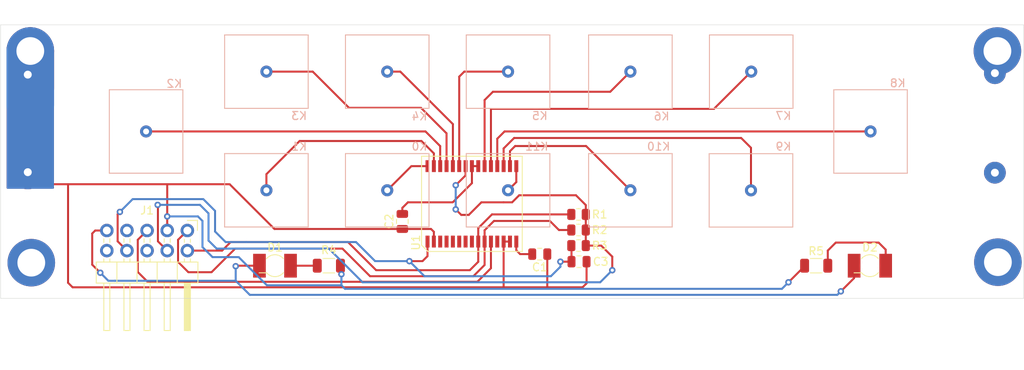
<source format=kicad_pcb>
(kicad_pcb (version 20171130) (host pcbnew "(5.1.12)-1")

  (general
    (thickness 1.6)
    (drawings 5)
    (tracks 223)
    (zones 0)
    (modules 24)
    (nets 34)
  )

  (page A4)
  (layers
    (0 F.Cu signal)
    (31 B.Cu signal)
    (32 B.Adhes user)
    (33 F.Adhes user)
    (34 B.Paste user)
    (35 F.Paste user)
    (36 B.SilkS user)
    (37 F.SilkS user)
    (38 B.Mask user)
    (39 F.Mask user)
    (40 Dwgs.User user)
    (41 Cmts.User user)
    (42 Eco1.User user)
    (43 Eco2.User user)
    (44 Edge.Cuts user)
    (45 Margin user)
    (46 B.CrtYd user)
    (47 F.CrtYd user)
    (48 B.Fab user)
    (49 F.Fab user)
  )

  (setup
    (last_trace_width 0.25)
    (user_trace_width 4.3)
    (user_trace_width 6)
    (trace_clearance 0.2)
    (zone_clearance 0.5)
    (zone_45_only no)
    (trace_min 0.2)
    (via_size 0.8)
    (via_drill 0.4)
    (via_min_size 0.4)
    (via_min_drill 0.3)
    (uvia_size 0.3)
    (uvia_drill 0.1)
    (uvias_allowed no)
    (uvia_min_size 0.2)
    (uvia_min_drill 0.1)
    (edge_width 0.05)
    (segment_width 0.2)
    (pcb_text_width 0.3)
    (pcb_text_size 1.5 1.5)
    (mod_edge_width 0.12)
    (mod_text_size 1 1)
    (mod_text_width 0.15)
    (pad_size 1.7 1.7)
    (pad_drill 1)
    (pad_to_mask_clearance 0)
    (aux_axis_origin 0 0)
    (visible_elements 7FFFFFFF)
    (pcbplotparams
      (layerselection 0x010fc_ffffffff)
      (usegerberextensions false)
      (usegerberattributes true)
      (usegerberadvancedattributes true)
      (creategerberjobfile true)
      (excludeedgelayer true)
      (linewidth 0.100000)
      (plotframeref false)
      (viasonmask false)
      (mode 1)
      (useauxorigin false)
      (hpglpennumber 1)
      (hpglpenspeed 20)
      (hpglpendiameter 15.000000)
      (psnegative false)
      (psa4output false)
      (plotreference true)
      (plotvalue true)
      (plotinvisibletext false)
      (padsonsilk false)
      (subtractmaskfromsilk false)
      (outputformat 1)
      (mirror false)
      (drillshape 1)
      (scaleselection 1)
      (outputdirectory ""))
  )

  (net 0 "")
  (net 1 "Net-(C1-Pad2)")
  (net 2 "Net-(C1-Pad1)")
  (net 3 "Net-(C2-Pad1)")
  (net 4 "Net-(C3-Pad2)")
  (net 5 "Net-(D1-Pad2)")
  (net 6 "Net-(D1-Pad1)")
  (net 7 "Net-(D2-Pad2)")
  (net 8 "Net-(J1-Pad9)")
  (net 9 "Net-(J1-Pad8)")
  (net 10 "Net-(J1-Pad6)")
  (net 11 "Net-(J1-Pad5)")
  (net 12 "Net-(J1-Pad4)")
  (net 13 "Net-(J1-Pad3)")
  (net 14 "Net-(J1-Pad1)")
  (net 15 "Net-(K0-Pad1)")
  (net 16 "Net-(K1-Pad1)")
  (net 17 "Net-(K2-Pad1)")
  (net 18 "Net-(K3-Pad1)")
  (net 19 "Net-(K4-Pad1)")
  (net 20 "Net-(K5-Pad1)")
  (net 21 "Net-(K6-Pad1)")
  (net 22 "Net-(K7-Pad1)")
  (net 23 "Net-(K8-Pad1)")
  (net 24 "Net-(K9-Pad1)")
  (net 25 "Net-(K10-Pad1)")
  (net 26 "Net-(K11-Pad1)")
  (net 27 "Net-(U1-Pad12)")
  (net 28 "Net-(U1-Pad8)")
  (net 29 "Net-(U1-Pad7)")
  (net 30 "Net-(U1-Pad6)")
  (net 31 "Net-(U1-Pad5)")
  (net 32 "Net-(U1-Pad4)")
  (net 33 "Net-(U1-Pad3)")

  (net_class Default "This is the default net class."
    (clearance 0.2)
    (trace_width 0.25)
    (via_dia 0.8)
    (via_drill 0.4)
    (uvia_dia 0.3)
    (uvia_drill 0.1)
    (add_net "Net-(C1-Pad1)")
    (add_net "Net-(C1-Pad2)")
    (add_net "Net-(C2-Pad1)")
    (add_net "Net-(C3-Pad2)")
    (add_net "Net-(D1-Pad1)")
    (add_net "Net-(D1-Pad2)")
    (add_net "Net-(D2-Pad2)")
    (add_net "Net-(J1-Pad1)")
    (add_net "Net-(J1-Pad3)")
    (add_net "Net-(J1-Pad4)")
    (add_net "Net-(J1-Pad5)")
    (add_net "Net-(J1-Pad6)")
    (add_net "Net-(J1-Pad8)")
    (add_net "Net-(J1-Pad9)")
    (add_net "Net-(K0-Pad1)")
    (add_net "Net-(K1-Pad1)")
    (add_net "Net-(K10-Pad1)")
    (add_net "Net-(K11-Pad1)")
    (add_net "Net-(K2-Pad1)")
    (add_net "Net-(K3-Pad1)")
    (add_net "Net-(K4-Pad1)")
    (add_net "Net-(K5-Pad1)")
    (add_net "Net-(K6-Pad1)")
    (add_net "Net-(K7-Pad1)")
    (add_net "Net-(K8-Pad1)")
    (add_net "Net-(K9-Pad1)")
    (add_net "Net-(U1-Pad12)")
    (add_net "Net-(U1-Pad3)")
    (add_net "Net-(U1-Pad4)")
    (add_net "Net-(U1-Pad5)")
    (add_net "Net-(U1-Pad6)")
    (add_net "Net-(U1-Pad7)")
    (add_net "Net-(U1-Pad8)")
  )

  (module PCB_T20-005:kolas (layer B.Cu) (tedit 65525DBA) (tstamp 6552B381)
    (at 160.528 131.318 270)
    (path /654CB5CA)
    (fp_text reference K8 (at -6.096 -3.429 180) (layer B.SilkS)
      (effects (font (size 1 1) (thickness 0.15)) (justify mirror))
    )
    (fp_text value Conn_01x01 (at 1.9685 -1.9765 90) (layer B.Fab)
      (effects (font (size 1 1) (thickness 0.15)) (justify mirror))
    )
    (fp_line (start -5.2705 4.6355) (end -5.2705 -4.6355) (layer B.SilkS) (width 0.12))
    (fp_line (start 5.2705 4.6355) (end -5.2705 4.6355) (layer B.SilkS) (width 0.12))
    (fp_line (start 5.2705 -4.6355) (end 5.2705 4.6355) (layer B.SilkS) (width 0.12))
    (fp_line (start -5.2705 -4.6355) (end 5.2705 -4.6355) (layer B.SilkS) (width 0.12))
    (fp_poly (pts (xy 5.1435 2.2225) (xy 5.1435 -2.2225) (xy 2.8575 -4.5085) (xy -2.8575 -4.5085)
      (xy -5.1435 -2.2225) (xy -5.1435 2.2225) (xy -2.7305 4.5085) (xy 2.8575 4.5085)) (layer B.Paste) (width 0.1))
    (pad 1 thru_hole circle (at 0 0 270) (size 1.524 1.524) (drill 0.75) (layers *.Cu *.Mask)
      (net 23 "Net-(K8-Pad1)"))
  )

  (module PCB_T20-005:kolas (layer B.Cu) (tedit 65525DBA) (tstamp 6552B377)
    (at 145.4785 123.7615)
    (path /654CAEBF)
    (fp_text reference K7 (at 4.064 5.588) (layer B.SilkS)
      (effects (font (size 1 1) (thickness 0.15)) (justify mirror))
    )
    (fp_text value Conn_01x01 (at 1.9685 -1.9765) (layer B.Fab)
      (effects (font (size 1 1) (thickness 0.15)) (justify mirror))
    )
    (fp_line (start -5.2705 4.6355) (end -5.2705 -4.6355) (layer B.SilkS) (width 0.12))
    (fp_line (start 5.2705 4.6355) (end -5.2705 4.6355) (layer B.SilkS) (width 0.12))
    (fp_line (start 5.2705 -4.6355) (end 5.2705 4.6355) (layer B.SilkS) (width 0.12))
    (fp_line (start -5.2705 -4.6355) (end 5.2705 -4.6355) (layer B.SilkS) (width 0.12))
    (fp_poly (pts (xy 5.1435 2.2225) (xy 5.1435 -2.2225) (xy 2.8575 -4.5085) (xy -2.8575 -4.5085)
      (xy -5.1435 -2.2225) (xy -5.1435 2.2225) (xy -2.7305 4.5085) (xy 2.8575 4.5085)) (layer B.Paste) (width 0.1))
    (pad 1 thru_hole circle (at 0 0) (size 1.524 1.524) (drill 0.75) (layers *.Cu *.Mask)
      (net 22 "Net-(K7-Pad1)"))
  )

  (module PCB_T20-005:kolas (layer B.Cu) (tedit 65525DBA) (tstamp 6552B38B)
    (at 145.4475 138.757)
    (path /654CBCE2)
    (fp_text reference K9 (at 4.095 -5.534) (layer B.SilkS)
      (effects (font (size 1 1) (thickness 0.15)) (justify mirror))
    )
    (fp_text value Conn_01x01 (at 1.9685 -1.9765) (layer B.Fab)
      (effects (font (size 1 1) (thickness 0.15)) (justify mirror))
    )
    (fp_line (start -5.2705 4.6355) (end -5.2705 -4.6355) (layer B.SilkS) (width 0.12))
    (fp_line (start 5.2705 4.6355) (end -5.2705 4.6355) (layer B.SilkS) (width 0.12))
    (fp_line (start 5.2705 -4.6355) (end 5.2705 4.6355) (layer B.SilkS) (width 0.12))
    (fp_line (start -5.2705 -4.6355) (end 5.2705 -4.6355) (layer B.SilkS) (width 0.12))
    (fp_poly (pts (xy 5.1435 2.2225) (xy 5.1435 -2.2225) (xy 2.8575 -4.5085) (xy -2.8575 -4.5085)
      (xy -5.1435 -2.2225) (xy -5.1435 2.2225) (xy -2.7305 4.5085) (xy 2.8575 4.5085)) (layer B.Paste) (width 0.1))
    (pad 1 thru_hole circle (at 0 0) (size 1.524 1.524) (drill 0.75) (layers *.Cu *.Mask)
      (net 24 "Net-(K9-Pad1)"))
  )

  (module PCB_T20-005:kolas (layer B.Cu) (tedit 65525DBA) (tstamp 6552B36D)
    (at 130.2385 123.7615)
    (path /654CAD55)
    (fp_text reference K6 (at 3.937 5.6515) (layer B.SilkS)
      (effects (font (size 1 1) (thickness 0.15)) (justify mirror))
    )
    (fp_text value Conn_01x01 (at 1.9685 -1.9765) (layer B.Fab)
      (effects (font (size 1 1) (thickness 0.15)) (justify mirror))
    )
    (fp_line (start -5.2705 4.6355) (end -5.2705 -4.6355) (layer B.SilkS) (width 0.12))
    (fp_line (start 5.2705 4.6355) (end -5.2705 4.6355) (layer B.SilkS) (width 0.12))
    (fp_line (start 5.2705 -4.6355) (end 5.2705 4.6355) (layer B.SilkS) (width 0.12))
    (fp_line (start -5.2705 -4.6355) (end 5.2705 -4.6355) (layer B.SilkS) (width 0.12))
    (fp_poly (pts (xy 5.1435 2.2225) (xy 5.1435 -2.2225) (xy 2.8575 -4.5085) (xy -2.8575 -4.5085)
      (xy -5.1435 -2.2225) (xy -5.1435 2.2225) (xy -2.7305 4.5085) (xy 2.8575 4.5085)) (layer B.Paste) (width 0.1))
    (pad 1 thru_hole circle (at 0 0) (size 1.524 1.524) (drill 0.75) (layers *.Cu *.Mask)
      (net 21 "Net-(K6-Pad1)"))
  )

  (module PCB_T20-005:kolas (layer B.Cu) (tedit 65525DBA) (tstamp 6552B395)
    (at 130.2385 138.7475)
    (path /654CD273)
    (fp_text reference K10 (at 3.556 -5.5245) (layer B.SilkS)
      (effects (font (size 1 1) (thickness 0.15)) (justify mirror))
    )
    (fp_text value Conn_01x01 (at 1.9685 -1.9765) (layer B.Fab)
      (effects (font (size 1 1) (thickness 0.15)) (justify mirror))
    )
    (fp_line (start -5.2705 4.6355) (end -5.2705 -4.6355) (layer B.SilkS) (width 0.12))
    (fp_line (start 5.2705 4.6355) (end -5.2705 4.6355) (layer B.SilkS) (width 0.12))
    (fp_line (start 5.2705 -4.6355) (end 5.2705 4.6355) (layer B.SilkS) (width 0.12))
    (fp_line (start -5.2705 -4.6355) (end 5.2705 -4.6355) (layer B.SilkS) (width 0.12))
    (fp_poly (pts (xy 5.1435 2.2225) (xy 5.1435 -2.2225) (xy 2.8575 -4.5085) (xy -2.8575 -4.5085)
      (xy -5.1435 -2.2225) (xy -5.1435 2.2225) (xy -2.7305 4.5085) (xy 2.8575 4.5085)) (layer B.Paste) (width 0.1))
    (pad 1 thru_hole circle (at 0 0) (size 1.524 1.524) (drill 0.75) (layers *.Cu *.Mask)
      (net 25 "Net-(K10-Pad1)"))
  )

  (module PCB_T20-005:kolas (layer B.Cu) (tedit 65525DBA) (tstamp 6552B363)
    (at 114.808 123.7615)
    (path /654CAAFA)
    (fp_text reference K5 (at 4.0005 5.588) (layer B.SilkS)
      (effects (font (size 1 1) (thickness 0.15)) (justify mirror))
    )
    (fp_text value Conn_01x01 (at 1.9685 -1.9765) (layer B.Fab)
      (effects (font (size 1 1) (thickness 0.15)) (justify mirror))
    )
    (fp_line (start -5.2705 4.6355) (end -5.2705 -4.6355) (layer B.SilkS) (width 0.12))
    (fp_line (start 5.2705 4.6355) (end -5.2705 4.6355) (layer B.SilkS) (width 0.12))
    (fp_line (start 5.2705 -4.6355) (end 5.2705 4.6355) (layer B.SilkS) (width 0.12))
    (fp_line (start -5.2705 -4.6355) (end 5.2705 -4.6355) (layer B.SilkS) (width 0.12))
    (fp_poly (pts (xy 5.1435 2.2225) (xy 5.1435 -2.2225) (xy 2.8575 -4.5085) (xy -2.8575 -4.5085)
      (xy -5.1435 -2.2225) (xy -5.1435 2.2225) (xy -2.7305 4.5085) (xy 2.8575 4.5085)) (layer B.Paste) (width 0.1))
    (pad 1 thru_hole circle (at 0 0) (size 1.524 1.524) (drill 0.75) (layers *.Cu *.Mask)
      (net 20 "Net-(K5-Pad1)"))
  )

  (module PCB_T20-005:kolas (layer B.Cu) (tedit 65525DBA) (tstamp 6552B39F)
    (at 114.808 138.7475)
    (path /654CD3B2)
    (fp_text reference K11 (at 3.6195 -5.5245) (layer B.SilkS)
      (effects (font (size 1 1) (thickness 0.15)) (justify mirror))
    )
    (fp_text value Conn_01x01 (at 1.9685 -1.9765) (layer B.Fab)
      (effects (font (size 1 1) (thickness 0.15)) (justify mirror))
    )
    (fp_line (start -5.2705 4.6355) (end -5.2705 -4.6355) (layer B.SilkS) (width 0.12))
    (fp_line (start 5.2705 4.6355) (end -5.2705 4.6355) (layer B.SilkS) (width 0.12))
    (fp_line (start 5.2705 -4.6355) (end 5.2705 4.6355) (layer B.SilkS) (width 0.12))
    (fp_line (start -5.2705 -4.6355) (end 5.2705 -4.6355) (layer B.SilkS) (width 0.12))
    (fp_poly (pts (xy 5.1435 2.2225) (xy 5.1435 -2.2225) (xy 2.8575 -4.5085) (xy -2.8575 -4.5085)
      (xy -5.1435 -2.2225) (xy -5.1435 2.2225) (xy -2.7305 4.5085) (xy 2.8575 4.5085)) (layer B.Paste) (width 0.1))
    (pad 1 thru_hole circle (at 0 0) (size 1.524 1.524) (drill 0.75) (layers *.Cu *.Mask)
      (net 26 "Net-(K11-Pad1)"))
  )

  (module PCB_T20-005:kolas (layer B.Cu) (tedit 65525DBA) (tstamp 6552B359)
    (at 99.568 123.7615)
    (path /654CA85A)
    (fp_text reference K4 (at 4.064 5.6515) (layer B.SilkS)
      (effects (font (size 1 1) (thickness 0.15)) (justify mirror))
    )
    (fp_text value Conn_01x01 (at 1.9685 -1.9765) (layer B.Fab)
      (effects (font (size 1 1) (thickness 0.15)) (justify mirror))
    )
    (fp_line (start -5.2705 4.6355) (end -5.2705 -4.6355) (layer B.SilkS) (width 0.12))
    (fp_line (start 5.2705 4.6355) (end -5.2705 4.6355) (layer B.SilkS) (width 0.12))
    (fp_line (start 5.2705 -4.6355) (end 5.2705 4.6355) (layer B.SilkS) (width 0.12))
    (fp_line (start -5.2705 -4.6355) (end 5.2705 -4.6355) (layer B.SilkS) (width 0.12))
    (fp_poly (pts (xy 5.1435 2.2225) (xy 5.1435 -2.2225) (xy 2.8575 -4.5085) (xy -2.8575 -4.5085)
      (xy -5.1435 -2.2225) (xy -5.1435 2.2225) (xy -2.7305 4.5085) (xy 2.8575 4.5085)) (layer B.Paste) (width 0.1))
    (pad 1 thru_hole circle (at 0 0) (size 1.524 1.524) (drill 0.75) (layers *.Cu *.Mask)
      (net 19 "Net-(K4-Pad1)"))
  )

  (module PCB_T20-005:kolas (layer B.Cu) (tedit 65525DBA) (tstamp 6552B34F)
    (at 84.328 123.7615)
    (path /654CA67E)
    (fp_text reference K3 (at 4.1275 5.588) (layer B.SilkS)
      (effects (font (size 1 1) (thickness 0.15)) (justify mirror))
    )
    (fp_text value Conn_01x01 (at 1.9685 -1.9765) (layer B.Fab)
      (effects (font (size 1 1) (thickness 0.15)) (justify mirror))
    )
    (fp_line (start -5.2705 4.6355) (end -5.2705 -4.6355) (layer B.SilkS) (width 0.12))
    (fp_line (start 5.2705 4.6355) (end -5.2705 4.6355) (layer B.SilkS) (width 0.12))
    (fp_line (start 5.2705 -4.6355) (end 5.2705 4.6355) (layer B.SilkS) (width 0.12))
    (fp_line (start -5.2705 -4.6355) (end 5.2705 -4.6355) (layer B.SilkS) (width 0.12))
    (fp_poly (pts (xy 5.1435 2.2225) (xy 5.1435 -2.2225) (xy 2.8575 -4.5085) (xy -2.8575 -4.5085)
      (xy -5.1435 -2.2225) (xy -5.1435 2.2225) (xy -2.7305 4.5085) (xy 2.8575 4.5085)) (layer B.Paste) (width 0.1))
    (pad 1 thru_hole circle (at 0 0) (size 1.524 1.524) (drill 0.75) (layers *.Cu *.Mask)
      (net 18 "Net-(K3-Pad1)"))
  )

  (module PCB_T20-005:kolas (layer B.Cu) (tedit 65525DBA) (tstamp 6552B331)
    (at 99.568 138.7475)
    (path /654CCD2B)
    (fp_text reference K0 (at 4.064 -5.5245) (layer B.SilkS)
      (effects (font (size 1 1) (thickness 0.15)) (justify mirror))
    )
    (fp_text value Conn_01x01 (at 1.9685 -1.9765) (layer B.Fab)
      (effects (font (size 1 1) (thickness 0.15)) (justify mirror))
    )
    (fp_line (start -5.2705 4.6355) (end -5.2705 -4.6355) (layer B.SilkS) (width 0.12))
    (fp_line (start 5.2705 4.6355) (end -5.2705 4.6355) (layer B.SilkS) (width 0.12))
    (fp_line (start 5.2705 -4.6355) (end 5.2705 4.6355) (layer B.SilkS) (width 0.12))
    (fp_line (start -5.2705 -4.6355) (end 5.2705 -4.6355) (layer B.SilkS) (width 0.12))
    (fp_poly (pts (xy 5.1435 2.2225) (xy 5.1435 -2.2225) (xy 2.8575 -4.5085) (xy -2.8575 -4.5085)
      (xy -5.1435 -2.2225) (xy -5.1435 2.2225) (xy -2.7305 4.5085) (xy 2.8575 4.5085)) (layer B.Paste) (width 0.1))
    (pad 1 thru_hole circle (at 0 0) (size 1.524 1.524) (drill 0.75) (layers *.Cu *.Mask)
      (net 15 "Net-(K0-Pad1)"))
  )

  (module LED_SMD:LED_Osram_Lx_P47F_D2mm_ReverseMount (layer F.Cu) (tedit 655294A5) (tstamp 6552B2A0)
    (at 85.4075 148.2725)
    (descr "OSRAM, reverse-mount LED, SMD, 2mm diameter, http://www.farnell.com/datasheets/2711587.pdf")
    (tags "LED ReverseMount Reverse")
    (path /654FC4BA)
    (attr smd)
    (fp_text reference D1 (at 0 -2.3) (layer F.SilkS)
      (effects (font (size 1 1) (thickness 0.15)))
    )
    (fp_text value LED_Small (at 0 2.425) (layer F.Fab)
      (effects (font (size 1 1) (thickness 0.15)))
    )
    (fp_line (start -2 0.9) (end -1.05 0.9) (layer F.SilkS) (width 0.12))
    (fp_line (start -0.715 0.625) (end -1.7 0.625) (layer F.Fab) (width 0.1))
    (fp_line (start -1.3 0.1) (end -1.3 -0.625) (layer F.Fab) (width 0.1))
    (fp_line (start -1.3 -0.625) (end -0.715 -0.625) (layer F.Fab) (width 0.1))
    (fp_line (start -1.7 0.3) (end -1.5 0.1) (layer F.Fab) (width 0.1))
    (fp_line (start -1.5 0.1) (end -1.3 0.1) (layer F.Fab) (width 0.1))
    (fp_line (start -1.7 0.3) (end -1.7 0.625) (layer F.Fab) (width 0.1))
    (fp_line (start -3.55 -1.5) (end 3.55 -1.5) (layer F.CrtYd) (width 0.05))
    (fp_line (start 3.55 -1.5) (end 3.55 1.5) (layer F.CrtYd) (width 0.05))
    (fp_line (start 3.55 1.5) (end -3.55 1.5) (layer F.CrtYd) (width 0.05))
    (fp_line (start -3.55 1.5) (end -3.55 -1.5) (layer F.CrtYd) (width 0.05))
    (fp_line (start 0.715 0.625) (end 1.315 0.625) (layer F.Fab) (width 0.1))
    (fp_line (start 0.715 -0.625) (end 1.705 -0.625) (layer F.Fab) (width 0.1))
    (fp_line (start 1.705 -0.625) (end 1.705 -0.095) (layer F.Fab) (width 0.1))
    (fp_line (start 1.705 -0.095) (end 1.315 -0.095) (layer F.Fab) (width 0.1))
    (fp_line (start 1.315 -0.095) (end 1.315 0.625) (layer F.Fab) (width 0.1))
    (fp_arc (start 0 0) (end 1.05 -0.9) (angle -100) (layer F.SilkS) (width 0.12))
    (fp_arc (start 0 0) (end -0.715 0.625) (angle -97.6) (layer F.Fab) (width 0.1))
    (fp_arc (start 0 0) (end 0.715 -0.625) (angle -97.6) (layer F.Fab) (width 0.1))
    (fp_arc (start 0 0) (end -1.05 0.9) (angle -100) (layer F.SilkS) (width 0.12))
    (fp_text user %R (at 0 0) (layer F.Fab)
      (effects (font (size 0.6 0.6) (thickness 0.1)))
    )
    (pad 2 smd rect (at 1.9635 0) (size 1.6 3) (layers F.Cu)
      (net 5 "Net-(D1-Pad2)"))
    (pad 1 smd rect (at -1.9565 0) (size 1.6 3) (layers F.Cu)
      (net 6 "Net-(D1-Pad1)"))
    (pad "" np_thru_hole circle (at 0 0) (size 2.1 2.1) (drill 2.1) (layers *.Cu *.Mask))
    (pad "" smd rect (at -1.9565 0) (size 1.6 3) (layers F.Paste F.Mask))
    (pad "" smd rect (at 1.9635 0) (size 1.6 3) (layers F.Paste F.Mask))
    (model ${KISYS3DMOD}/LED_SMD.3dshapes/LED_Osram_Lx_P47F_D2mm_ReverseMount.wrl
      (at (xyz 0 0 0))
      (scale (xyz 1 1 1))
      (rotate (xyz 0 0 0))
    )
  )

  (module PCB_T20-005:kolas (layer B.Cu) (tedit 65525DBA) (tstamp 6552B345)
    (at 69.1515 131.318 90)
    (path /654CA44D)
    (fp_text reference K2 (at 6.0325 3.556 180) (layer B.SilkS)
      (effects (font (size 1 1) (thickness 0.15)) (justify mirror))
    )
    (fp_text value Conn_01x01 (at 1.9685 -1.9765 90) (layer B.Fab)
      (effects (font (size 1 1) (thickness 0.15)) (justify mirror))
    )
    (fp_line (start -5.2705 4.6355) (end -5.2705 -4.6355) (layer B.SilkS) (width 0.12))
    (fp_line (start 5.2705 4.6355) (end -5.2705 4.6355) (layer B.SilkS) (width 0.12))
    (fp_line (start 5.2705 -4.6355) (end 5.2705 4.6355) (layer B.SilkS) (width 0.12))
    (fp_line (start -5.2705 -4.6355) (end 5.2705 -4.6355) (layer B.SilkS) (width 0.12))
    (fp_poly (pts (xy 5.1435 2.2225) (xy 5.1435 -2.2225) (xy 2.8575 -4.5085) (xy -2.8575 -4.5085)
      (xy -5.1435 -2.2225) (xy -5.1435 2.2225) (xy -2.7305 4.5085) (xy 2.8575 4.5085)) (layer B.Paste) (width 0.1))
    (pad 1 thru_hole circle (at 0 0 90) (size 1.524 1.524) (drill 0.75) (layers *.Cu *.Mask)
      (net 17 "Net-(K2-Pad1)"))
  )

  (module PCB_T20-005:SOIC-30 (layer F.Cu) (tedit 655296CC) (tstamp 6552B41F)
    (at 110.248 140.4595)
    (path /654DAB1F)
    (attr smd)
    (fp_text reference U1 (at -7.0605 4.892 90) (layer F.SilkS)
      (effects (font (size 1 1) (thickness 0.15)))
    )
    (fp_text value FMA1127 (at 0 0) (layer F.Fab)
      (effects (font (size 1 1) (thickness 0.15)))
    )
    (fp_line (start -5.55 6.015) (end -6.35 5.215) (layer F.SilkS) (width 0.12))
    (fp_line (start -6.35 5.215) (end -6.35 -6.015) (layer F.SilkS) (width 0.12))
    (fp_line (start -6.35 -6.015) (end 6.35 -6.015) (layer F.SilkS) (width 0.12))
    (fp_line (start 6.35 -6.015) (end 6.35 6.015) (layer F.SilkS) (width 0.12))
    (fp_line (start 6.35 6.015) (end -5.55 6.015) (layer F.SilkS) (width 0.12))
    (fp_line (start -6.1 -5.77) (end 6.1 -5.77) (layer F.CrtYd) (width 0.05))
    (fp_line (start 6.1 -5.77) (end 6.1 5.77) (layer F.CrtYd) (width 0.05))
    (fp_line (start 6.1 5.77) (end -6.1 5.77) (layer F.CrtYd) (width 0.05))
    (fp_line (start -6.1 5.77) (end -6.1 -5.77) (layer F.CrtYd) (width 0.05))
    (pad 15 smd rect (at 5.6 4.765) (size 0.5 1.5) (layers F.Cu F.Paste F.Mask)
      (net 2 "Net-(C1-Pad1)"))
    (pad 16 smd rect (at 5.6 -4.765) (size 0.5 1.5) (layers F.Cu F.Paste F.Mask)
      (net 26 "Net-(K11-Pad1)"))
    (pad 14 smd rect (at 4.8 4.765) (size 0.5 1.5) (layers F.Cu F.Paste F.Mask)
      (net 1 "Net-(C1-Pad2)"))
    (pad 17 smd rect (at 4.8 -4.765) (size 0.5 1.5) (layers F.Cu F.Paste F.Mask)
      (net 25 "Net-(K10-Pad1)"))
    (pad 13 smd rect (at 4 4.765) (size 0.5 1.5) (layers F.Cu F.Paste F.Mask)
      (net 1 "Net-(C1-Pad2)"))
    (pad 18 smd rect (at 4 -4.765) (size 0.5 1.5) (layers F.Cu F.Paste F.Mask)
      (net 24 "Net-(K9-Pad1)"))
    (pad 12 smd rect (at 3.2 4.765) (size 0.5 1.5) (layers F.Cu F.Paste F.Mask)
      (net 27 "Net-(U1-Pad12)"))
    (pad 19 smd rect (at 3.2 -4.765) (size 0.5 1.5) (layers F.Cu F.Paste F.Mask)
      (net 23 "Net-(K8-Pad1)"))
    (pad 11 smd rect (at 2.4 4.765) (size 0.5 1.5) (layers F.Cu F.Paste F.Mask)
      (net 9 "Net-(J1-Pad8)"))
    (pad 20 smd rect (at 2.4 -4.765) (size 0.5 1.5) (layers F.Cu F.Paste F.Mask)
      (net 22 "Net-(K7-Pad1)"))
    (pad 10 smd rect (at 1.6 4.765) (size 0.5 1.5) (layers F.Cu F.Paste F.Mask)
      (net 10 "Net-(J1-Pad6)"))
    (pad 21 smd rect (at 1.6 -4.765) (size 0.5 1.5) (layers F.Cu F.Paste F.Mask)
      (net 21 "Net-(K6-Pad1)"))
    (pad 9 smd rect (at 0.8 4.765) (size 0.5 1.5) (layers F.Cu F.Paste F.Mask)
      (net 11 "Net-(J1-Pad5)"))
    (pad 22 smd rect (at 0.8 -4.765) (size 0.5 1.5) (layers F.Cu F.Paste F.Mask)
      (net 3 "Net-(C2-Pad1)"))
    (pad 8 smd rect (at 0 4.765) (size 0.5 1.5) (layers F.Cu F.Paste F.Mask)
      (net 28 "Net-(U1-Pad8)"))
    (pad 23 smd rect (at 0 -4.765) (size 0.5 1.5) (layers F.Cu F.Paste F.Mask)
      (net 3 "Net-(C2-Pad1)"))
    (pad 7 smd rect (at -0.8 4.765) (size 0.5 1.5) (layers F.Cu F.Paste F.Mask)
      (net 29 "Net-(U1-Pad7)"))
    (pad 24 smd rect (at -0.8 -4.765) (size 0.5 1.5) (layers F.Cu F.Paste F.Mask)
      (net 12 "Net-(J1-Pad4)"))
    (pad 6 smd rect (at -1.6 4.765) (size 0.5 1.5) (layers F.Cu F.Paste F.Mask)
      (net 30 "Net-(U1-Pad6)"))
    (pad 25 smd rect (at -1.6 -4.765) (size 0.5 1.5) (layers F.Cu F.Paste F.Mask)
      (net 20 "Net-(K5-Pad1)"))
    (pad 5 smd rect (at -2.4 4.765) (size 0.5 1.5) (layers F.Cu F.Paste F.Mask)
      (net 31 "Net-(U1-Pad5)"))
    (pad 26 smd rect (at -2.4 -4.765) (size 0.5 1.5) (layers F.Cu F.Paste F.Mask)
      (net 19 "Net-(K4-Pad1)"))
    (pad 4 smd rect (at -3.2 4.765) (size 0.5 1.5) (layers F.Cu F.Paste F.Mask)
      (net 32 "Net-(U1-Pad4)"))
    (pad 27 smd rect (at -3.2 -4.765) (size 0.5 1.5) (layers F.Cu F.Paste F.Mask)
      (net 18 "Net-(K3-Pad1)"))
    (pad 3 smd rect (at -4 4.765) (size 0.5 1.5) (layers F.Cu F.Paste F.Mask)
      (net 33 "Net-(U1-Pad3)"))
    (pad 28 smd rect (at -4 -4.765) (size 0.5 1.5) (layers F.Cu F.Paste F.Mask)
      (net 17 "Net-(K2-Pad1)"))
    (pad 2 smd rect (at -4.8 4.765) (size 0.5 1.5) (layers F.Cu F.Paste F.Mask)
      (net 1 "Net-(C1-Pad2)"))
    (pad 29 smd rect (at -4.8 -4.765) (size 0.5 1.5) (layers F.Cu F.Paste F.Mask)
      (net 16 "Net-(K1-Pad1)"))
    (pad 1 smd rect (at -5.6 4.765) (size 0.5 1.5) (layers F.Cu F.Paste F.Mask)
      (net 4 "Net-(C3-Pad2)"))
    (pad 30 smd rect (at -5.6 -4.765) (size 0.5 1.5) (layers F.Cu F.Paste F.Mask)
      (net 15 "Net-(K0-Pad1)"))
  )

  (module Resistor_SMD:R_1206_3216Metric (layer F.Cu) (tedit 5F68FEEE) (tstamp 6552B3F4)
    (at 153.672 148.2725 180)
    (descr "Resistor SMD 1206 (3216 Metric), square (rectangular) end terminal, IPC_7351 nominal, (Body size source: IPC-SM-782 page 72, https://www.pcb-3d.com/wordpress/wp-content/uploads/ipc-sm-782a_amendment_1_and_2.pdf), generated with kicad-footprint-generator")
    (tags resistor)
    (path /654C01DF)
    (attr smd)
    (fp_text reference R5 (at 0.002 1.8415) (layer F.SilkS)
      (effects (font (size 1 1) (thickness 0.15)))
    )
    (fp_text value R_Small (at 0 1.82) (layer F.Fab)
      (effects (font (size 1 1) (thickness 0.15)))
    )
    (fp_line (start -1.6 0.8) (end -1.6 -0.8) (layer F.Fab) (width 0.1))
    (fp_line (start -1.6 -0.8) (end 1.6 -0.8) (layer F.Fab) (width 0.1))
    (fp_line (start 1.6 -0.8) (end 1.6 0.8) (layer F.Fab) (width 0.1))
    (fp_line (start 1.6 0.8) (end -1.6 0.8) (layer F.Fab) (width 0.1))
    (fp_line (start -0.727064 -0.91) (end 0.727064 -0.91) (layer F.SilkS) (width 0.12))
    (fp_line (start -0.727064 0.91) (end 0.727064 0.91) (layer F.SilkS) (width 0.12))
    (fp_line (start -2.28 1.12) (end -2.28 -1.12) (layer F.CrtYd) (width 0.05))
    (fp_line (start -2.28 -1.12) (end 2.28 -1.12) (layer F.CrtYd) (width 0.05))
    (fp_line (start 2.28 -1.12) (end 2.28 1.12) (layer F.CrtYd) (width 0.05))
    (fp_line (start 2.28 1.12) (end -2.28 1.12) (layer F.CrtYd) (width 0.05))
    (fp_text user %R (at 0 0) (layer F.Fab)
      (effects (font (size 0.8 0.8) (thickness 0.12)))
    )
    (pad 2 smd roundrect (at 1.4625 0 180) (size 1.125 1.75) (layers F.Cu F.Paste F.Mask) (roundrect_rratio 0.222222)
      (net 1 "Net-(C1-Pad2)"))
    (pad 1 smd roundrect (at -1.4625 0 180) (size 1.125 1.75) (layers F.Cu F.Paste F.Mask) (roundrect_rratio 0.222222)
      (net 7 "Net-(D2-Pad2)"))
    (model ${KISYS3DMOD}/Resistor_SMD.3dshapes/R_1206_3216Metric.wrl
      (at (xyz 0 0 0))
      (scale (xyz 1 1 1))
      (rotate (xyz 0 0 0))
    )
  )

  (module Resistor_SMD:R_1206_3216Metric (layer F.Cu) (tedit 5F68FEEE) (tstamp 6552B3E3)
    (at 92.204 148.2725 180)
    (descr "Resistor SMD 1206 (3216 Metric), square (rectangular) end terminal, IPC_7351 nominal, (Body size source: IPC-SM-782 page 72, https://www.pcb-3d.com/wordpress/wp-content/uploads/ipc-sm-782a_amendment_1_and_2.pdf), generated with kicad-footprint-generator")
    (tags resistor)
    (path /654BF749)
    (attr smd)
    (fp_text reference R4 (at 0 1.9685) (layer F.SilkS)
      (effects (font (size 1 1) (thickness 0.15)))
    )
    (fp_text value R_Small (at 0 1.82) (layer F.Fab)
      (effects (font (size 1 1) (thickness 0.15)))
    )
    (fp_line (start -1.6 0.8) (end -1.6 -0.8) (layer F.Fab) (width 0.1))
    (fp_line (start -1.6 -0.8) (end 1.6 -0.8) (layer F.Fab) (width 0.1))
    (fp_line (start 1.6 -0.8) (end 1.6 0.8) (layer F.Fab) (width 0.1))
    (fp_line (start 1.6 0.8) (end -1.6 0.8) (layer F.Fab) (width 0.1))
    (fp_line (start -0.727064 -0.91) (end 0.727064 -0.91) (layer F.SilkS) (width 0.12))
    (fp_line (start -0.727064 0.91) (end 0.727064 0.91) (layer F.SilkS) (width 0.12))
    (fp_line (start -2.28 1.12) (end -2.28 -1.12) (layer F.CrtYd) (width 0.05))
    (fp_line (start -2.28 -1.12) (end 2.28 -1.12) (layer F.CrtYd) (width 0.05))
    (fp_line (start 2.28 -1.12) (end 2.28 1.12) (layer F.CrtYd) (width 0.05))
    (fp_line (start 2.28 1.12) (end -2.28 1.12) (layer F.CrtYd) (width 0.05))
    (fp_text user %R (at 0 0) (layer F.Fab)
      (effects (font (size 0.8 0.8) (thickness 0.12)))
    )
    (pad 2 smd roundrect (at 1.4625 0 180) (size 1.125 1.75) (layers F.Cu F.Paste F.Mask) (roundrect_rratio 0.222222)
      (net 5 "Net-(D1-Pad2)"))
    (pad 1 smd roundrect (at -1.4625 0 180) (size 1.125 1.75) (layers F.Cu F.Paste F.Mask) (roundrect_rratio 0.222222)
      (net 1 "Net-(C1-Pad2)"))
    (model ${KISYS3DMOD}/Resistor_SMD.3dshapes/R_1206_3216Metric.wrl
      (at (xyz 0 0 0))
      (scale (xyz 1 1 1))
      (rotate (xyz 0 0 0))
    )
  )

  (module Resistor_SMD:R_0805_2012Metric (layer F.Cu) (tedit 5F68FEEE) (tstamp 6552B3D2)
    (at 123.698 145.7325 180)
    (descr "Resistor SMD 0805 (2012 Metric), square (rectangular) end terminal, IPC_7351 nominal, (Body size source: IPC-SM-782 page 72, https://www.pcb-3d.com/wordpress/wp-content/uploads/ipc-sm-782a_amendment_1_and_2.pdf), generated with kicad-footprint-generator")
    (tags resistor)
    (path /654C06CE)
    (attr smd)
    (fp_text reference R3 (at -2.667 0) (layer F.SilkS)
      (effects (font (size 1 1) (thickness 0.15)))
    )
    (fp_text value R_Small (at 0 1.65) (layer F.Fab) hide
      (effects (font (size 1 1) (thickness 0.15)))
    )
    (fp_line (start -1 0.625) (end -1 -0.625) (layer F.Fab) (width 0.1))
    (fp_line (start -1 -0.625) (end 1 -0.625) (layer F.Fab) (width 0.1))
    (fp_line (start 1 -0.625) (end 1 0.625) (layer F.Fab) (width 0.1))
    (fp_line (start 1 0.625) (end -1 0.625) (layer F.Fab) (width 0.1))
    (fp_line (start -0.227064 -0.735) (end 0.227064 -0.735) (layer F.SilkS) (width 0.12))
    (fp_line (start -0.227064 0.735) (end 0.227064 0.735) (layer F.SilkS) (width 0.12))
    (fp_line (start -1.68 0.95) (end -1.68 -0.95) (layer F.CrtYd) (width 0.05))
    (fp_line (start -1.68 -0.95) (end 1.68 -0.95) (layer F.CrtYd) (width 0.05))
    (fp_line (start 1.68 -0.95) (end 1.68 0.95) (layer F.CrtYd) (width 0.05))
    (fp_line (start 1.68 0.95) (end -1.68 0.95) (layer F.CrtYd) (width 0.05))
    (fp_text user %R (at 0 0) (layer F.Fab)
      (effects (font (size 0.5 0.5) (thickness 0.08)))
    )
    (pad 2 smd roundrect (at 0.9125 0 180) (size 1.025 1.4) (layers F.Cu F.Paste F.Mask) (roundrect_rratio 0.243902)
      (net 4 "Net-(C3-Pad2)"))
    (pad 1 smd roundrect (at -0.9125 0 180) (size 1.025 1.4) (layers F.Cu F.Paste F.Mask) (roundrect_rratio 0.243902)
      (net 12 "Net-(J1-Pad4)"))
    (model ${KISYS3DMOD}/Resistor_SMD.3dshapes/R_0805_2012Metric.wrl
      (at (xyz 0 0 0))
      (scale (xyz 1 1 1))
      (rotate (xyz 0 0 0))
    )
  )

  (module Resistor_SMD:R_0805_2012Metric (layer F.Cu) (tedit 5F68FEEE) (tstamp 6552B3C1)
    (at 123.698 143.764 180)
    (descr "Resistor SMD 0805 (2012 Metric), square (rectangular) end terminal, IPC_7351 nominal, (Body size source: IPC-SM-782 page 72, https://www.pcb-3d.com/wordpress/wp-content/uploads/ipc-sm-782a_amendment_1_and_2.pdf), generated with kicad-footprint-generator")
    (tags resistor)
    (path /654C0448)
    (attr smd)
    (fp_text reference R2 (at -2.667 0) (layer F.SilkS)
      (effects (font (size 1 1) (thickness 0.15)))
    )
    (fp_text value R_Small (at 0 1.65) (layer F.Fab) hide
      (effects (font (size 1 1) (thickness 0.15)))
    )
    (fp_line (start -1 0.625) (end -1 -0.625) (layer F.Fab) (width 0.1))
    (fp_line (start -1 -0.625) (end 1 -0.625) (layer F.Fab) (width 0.1))
    (fp_line (start 1 -0.625) (end 1 0.625) (layer F.Fab) (width 0.1))
    (fp_line (start 1 0.625) (end -1 0.625) (layer F.Fab) (width 0.1))
    (fp_line (start -0.227064 -0.735) (end 0.227064 -0.735) (layer F.SilkS) (width 0.12))
    (fp_line (start -0.227064 0.735) (end 0.227064 0.735) (layer F.SilkS) (width 0.12))
    (fp_line (start -1.68 0.95) (end -1.68 -0.95) (layer F.CrtYd) (width 0.05))
    (fp_line (start -1.68 -0.95) (end 1.68 -0.95) (layer F.CrtYd) (width 0.05))
    (fp_line (start 1.68 -0.95) (end 1.68 0.95) (layer F.CrtYd) (width 0.05))
    (fp_line (start 1.68 0.95) (end -1.68 0.95) (layer F.CrtYd) (width 0.05))
    (fp_text user %R (at 0 0) (layer F.Fab)
      (effects (font (size 0.5 0.5) (thickness 0.08)))
    )
    (pad 2 smd roundrect (at 0.9125 0 180) (size 1.025 1.4) (layers F.Cu F.Paste F.Mask) (roundrect_rratio 0.243902)
      (net 10 "Net-(J1-Pad6)"))
    (pad 1 smd roundrect (at -0.9125 0 180) (size 1.025 1.4) (layers F.Cu F.Paste F.Mask) (roundrect_rratio 0.243902)
      (net 12 "Net-(J1-Pad4)"))
    (model ${KISYS3DMOD}/Resistor_SMD.3dshapes/R_0805_2012Metric.wrl
      (at (xyz 0 0 0))
      (scale (xyz 1 1 1))
      (rotate (xyz 0 0 0))
    )
  )

  (module Resistor_SMD:R_0805_2012Metric (layer F.Cu) (tedit 5F68FEEE) (tstamp 6552B3B0)
    (at 123.698 141.7955 180)
    (descr "Resistor SMD 0805 (2012 Metric), square (rectangular) end terminal, IPC_7351 nominal, (Body size source: IPC-SM-782 page 72, https://www.pcb-3d.com/wordpress/wp-content/uploads/ipc-sm-782a_amendment_1_and_2.pdf), generated with kicad-footprint-generator")
    (tags resistor)
    (path /654BED4D)
    (attr smd)
    (fp_text reference R1 (at -2.667 0) (layer F.SilkS)
      (effects (font (size 1 1) (thickness 0.15)))
    )
    (fp_text value R_Small (at 0 1.65) (layer F.Fab)
      (effects (font (size 1 1) (thickness 0.15)))
    )
    (fp_line (start -1 0.625) (end -1 -0.625) (layer F.Fab) (width 0.1))
    (fp_line (start -1 -0.625) (end 1 -0.625) (layer F.Fab) (width 0.1))
    (fp_line (start 1 -0.625) (end 1 0.625) (layer F.Fab) (width 0.1))
    (fp_line (start 1 0.625) (end -1 0.625) (layer F.Fab) (width 0.1))
    (fp_line (start -0.227064 -0.735) (end 0.227064 -0.735) (layer F.SilkS) (width 0.12))
    (fp_line (start -0.227064 0.735) (end 0.227064 0.735) (layer F.SilkS) (width 0.12))
    (fp_line (start -1.68 0.95) (end -1.68 -0.95) (layer F.CrtYd) (width 0.05))
    (fp_line (start -1.68 -0.95) (end 1.68 -0.95) (layer F.CrtYd) (width 0.05))
    (fp_line (start 1.68 -0.95) (end 1.68 0.95) (layer F.CrtYd) (width 0.05))
    (fp_line (start 1.68 0.95) (end -1.68 0.95) (layer F.CrtYd) (width 0.05))
    (fp_text user %R (at 0 0) (layer F.Fab)
      (effects (font (size 0.5 0.5) (thickness 0.08)))
    )
    (pad 2 smd roundrect (at 0.9125 0 180) (size 1.025 1.4) (layers F.Cu F.Paste F.Mask) (roundrect_rratio 0.243902)
      (net 11 "Net-(J1-Pad5)"))
    (pad 1 smd roundrect (at -0.9125 0 180) (size 1.025 1.4) (layers F.Cu F.Paste F.Mask) (roundrect_rratio 0.243902)
      (net 12 "Net-(J1-Pad4)"))
    (model ${KISYS3DMOD}/Resistor_SMD.3dshapes/R_0805_2012Metric.wrl
      (at (xyz 0 0 0))
      (scale (xyz 1 1 1))
      (rotate (xyz 0 0 0))
    )
  )

  (module PCB_T20-005:kolas (layer B.Cu) (tedit 65525DBA) (tstamp 6552B33B)
    (at 84.328 138.7475)
    (path /654C8E73)
    (fp_text reference K1 (at 4.1275 -5.5245) (layer B.SilkS)
      (effects (font (size 1 1) (thickness 0.15)) (justify mirror))
    )
    (fp_text value Conn_01x01 (at 1.9685 -1.9765) (layer B.Fab)
      (effects (font (size 1 1) (thickness 0.15)) (justify mirror))
    )
    (fp_line (start -5.2705 4.6355) (end -5.2705 -4.6355) (layer B.SilkS) (width 0.12))
    (fp_line (start 5.2705 4.6355) (end -5.2705 4.6355) (layer B.SilkS) (width 0.12))
    (fp_line (start 5.2705 -4.6355) (end 5.2705 4.6355) (layer B.SilkS) (width 0.12))
    (fp_line (start -5.2705 -4.6355) (end 5.2705 -4.6355) (layer B.SilkS) (width 0.12))
    (fp_poly (pts (xy 5.1435 2.2225) (xy 5.1435 -2.2225) (xy 2.8575 -4.5085) (xy -2.8575 -4.5085)
      (xy -5.1435 -2.2225) (xy -5.1435 2.2225) (xy -2.7305 4.5085) (xy 2.8575 4.5085)) (layer B.Paste) (width 0.1))
    (pad 1 thru_hole circle (at 0 0) (size 1.524 1.524) (drill 0.75) (layers *.Cu *.Mask)
      (net 16 "Net-(K1-Pad1)"))
  )

  (module Connector_PinHeader_2.54mm:PinHeader_2x05_P2.54mm_Horizontal (layer F.Cu) (tedit 65529E94) (tstamp 6552B327)
    (at 74.3585 143.8275 270)
    (descr "Through hole angled pin header, 2x05, 2.54mm pitch, 6mm pin length, double rows")
    (tags "Through hole angled pin header THT 2x05 2.54mm double row")
    (path /654C1A41)
    (fp_text reference J1 (at -2.54 5.08 180) (layer F.SilkS)
      (effects (font (size 1 1) (thickness 0.15)))
    )
    (fp_text value Conn_02x05_Counter_Clockwise (at 5.655 12.43 90) (layer F.Fab)
      (effects (font (size 1 1) (thickness 0.15)))
    )
    (fp_line (start 4.675 -1.27) (end 6.58 -1.27) (layer F.Fab) (width 0.1))
    (fp_line (start 6.58 -1.27) (end 6.58 11.43) (layer F.Fab) (width 0.1))
    (fp_line (start 6.58 11.43) (end 4.04 11.43) (layer F.Fab) (width 0.1))
    (fp_line (start 4.04 11.43) (end 4.04 -0.635) (layer F.Fab) (width 0.1))
    (fp_line (start 4.04 -0.635) (end 4.675 -1.27) (layer F.Fab) (width 0.1))
    (fp_line (start -0.32 -0.32) (end 4.04 -0.32) (layer F.Fab) (width 0.1))
    (fp_line (start -0.32 -0.32) (end -0.32 0.32) (layer F.Fab) (width 0.1))
    (fp_line (start -0.32 0.32) (end 4.04 0.32) (layer F.Fab) (width 0.1))
    (fp_line (start 6.58 -0.32) (end 12.58 -0.32) (layer F.Fab) (width 0.1))
    (fp_line (start 12.58 -0.32) (end 12.58 0.32) (layer F.Fab) (width 0.1))
    (fp_line (start 6.58 0.32) (end 12.58 0.32) (layer F.Fab) (width 0.1))
    (fp_line (start -0.32 2.22) (end 4.04 2.22) (layer F.Fab) (width 0.1))
    (fp_line (start -0.32 2.22) (end -0.32 2.86) (layer F.Fab) (width 0.1))
    (fp_line (start -0.32 2.86) (end 4.04 2.86) (layer F.Fab) (width 0.1))
    (fp_line (start 6.58 2.22) (end 12.58 2.22) (layer F.Fab) (width 0.1))
    (fp_line (start 12.58 2.22) (end 12.58 2.86) (layer F.Fab) (width 0.1))
    (fp_line (start 6.58 2.86) (end 12.58 2.86) (layer F.Fab) (width 0.1))
    (fp_line (start -0.32 4.76) (end 4.04 4.76) (layer F.Fab) (width 0.1))
    (fp_line (start -0.32 4.76) (end -0.32 5.4) (layer F.Fab) (width 0.1))
    (fp_line (start -0.32 5.4) (end 4.04 5.4) (layer F.Fab) (width 0.1))
    (fp_line (start 6.58 4.76) (end 12.58 4.76) (layer F.Fab) (width 0.1))
    (fp_line (start 12.58 4.76) (end 12.58 5.4) (layer F.Fab) (width 0.1))
    (fp_line (start 6.58 5.4) (end 12.58 5.4) (layer F.Fab) (width 0.1))
    (fp_line (start -0.32 7.3) (end 4.04 7.3) (layer F.Fab) (width 0.1))
    (fp_line (start -0.32 7.3) (end -0.32 7.94) (layer F.Fab) (width 0.1))
    (fp_line (start -0.32 7.94) (end 4.04 7.94) (layer F.Fab) (width 0.1))
    (fp_line (start 6.58 7.3) (end 12.58 7.3) (layer F.Fab) (width 0.1))
    (fp_line (start 12.58 7.3) (end 12.58 7.94) (layer F.Fab) (width 0.1))
    (fp_line (start 6.58 7.94) (end 12.58 7.94) (layer F.Fab) (width 0.1))
    (fp_line (start -0.32 9.84) (end 4.04 9.84) (layer F.Fab) (width 0.1))
    (fp_line (start -0.32 9.84) (end -0.32 10.48) (layer F.Fab) (width 0.1))
    (fp_line (start -0.32 10.48) (end 4.04 10.48) (layer F.Fab) (width 0.1))
    (fp_line (start 6.58 9.84) (end 12.58 9.84) (layer F.Fab) (width 0.1))
    (fp_line (start 12.58 9.84) (end 12.58 10.48) (layer F.Fab) (width 0.1))
    (fp_line (start 6.58 10.48) (end 12.58 10.48) (layer F.Fab) (width 0.1))
    (fp_line (start 3.98 -1.33) (end 3.98 11.49) (layer F.SilkS) (width 0.12))
    (fp_line (start 3.98 11.49) (end 6.64 11.49) (layer F.SilkS) (width 0.12))
    (fp_line (start 6.64 11.49) (end 6.64 -1.33) (layer F.SilkS) (width 0.12))
    (fp_line (start 6.64 -1.33) (end 3.98 -1.33) (layer F.SilkS) (width 0.12))
    (fp_line (start 6.64 -0.38) (end 12.64 -0.38) (layer F.SilkS) (width 0.12))
    (fp_line (start 12.64 -0.38) (end 12.64 0.38) (layer F.SilkS) (width 0.12))
    (fp_line (start 12.64 0.38) (end 6.64 0.38) (layer F.SilkS) (width 0.12))
    (fp_line (start 6.64 -0.32) (end 12.64 -0.32) (layer F.SilkS) (width 0.12))
    (fp_line (start 6.64 -0.2) (end 12.64 -0.2) (layer F.SilkS) (width 0.12))
    (fp_line (start 6.64 -0.08) (end 12.64 -0.08) (layer F.SilkS) (width 0.12))
    (fp_line (start 6.64 0.04) (end 12.64 0.04) (layer F.SilkS) (width 0.12))
    (fp_line (start 6.64 0.16) (end 12.64 0.16) (layer F.SilkS) (width 0.12))
    (fp_line (start 6.64 0.28) (end 12.64 0.28) (layer F.SilkS) (width 0.12))
    (fp_line (start 3.582929 -0.38) (end 3.98 -0.38) (layer F.SilkS) (width 0.12))
    (fp_line (start 3.582929 0.38) (end 3.98 0.38) (layer F.SilkS) (width 0.12))
    (fp_line (start 1.11 -0.38) (end 1.497071 -0.38) (layer F.SilkS) (width 0.12))
    (fp_line (start 1.11 0.38) (end 1.497071 0.38) (layer F.SilkS) (width 0.12))
    (fp_line (start 3.98 1.27) (end 6.64 1.27) (layer F.SilkS) (width 0.12))
    (fp_line (start 6.64 2.16) (end 12.64 2.16) (layer F.SilkS) (width 0.12))
    (fp_line (start 12.64 2.16) (end 12.64 2.92) (layer F.SilkS) (width 0.12))
    (fp_line (start 12.64 2.92) (end 6.64 2.92) (layer F.SilkS) (width 0.12))
    (fp_line (start 3.582929 2.16) (end 3.98 2.16) (layer F.SilkS) (width 0.12))
    (fp_line (start 3.582929 2.92) (end 3.98 2.92) (layer F.SilkS) (width 0.12))
    (fp_line (start 1.042929 2.16) (end 1.497071 2.16) (layer F.SilkS) (width 0.12))
    (fp_line (start 1.042929 2.92) (end 1.497071 2.92) (layer F.SilkS) (width 0.12))
    (fp_line (start 3.98 3.81) (end 6.64 3.81) (layer F.SilkS) (width 0.12))
    (fp_line (start 6.64 4.7) (end 12.64 4.7) (layer F.SilkS) (width 0.12))
    (fp_line (start 12.64 4.7) (end 12.64 5.46) (layer F.SilkS) (width 0.12))
    (fp_line (start 12.64 5.46) (end 6.64 5.46) (layer F.SilkS) (width 0.12))
    (fp_line (start 3.582929 4.7) (end 3.98 4.7) (layer F.SilkS) (width 0.12))
    (fp_line (start 3.582929 5.46) (end 3.98 5.46) (layer F.SilkS) (width 0.12))
    (fp_line (start 1.042929 4.7) (end 1.497071 4.7) (layer F.SilkS) (width 0.12))
    (fp_line (start 1.042929 5.46) (end 1.497071 5.46) (layer F.SilkS) (width 0.12))
    (fp_line (start 3.98 6.35) (end 6.64 6.35) (layer F.SilkS) (width 0.12))
    (fp_line (start 6.64 7.24) (end 12.64 7.24) (layer F.SilkS) (width 0.12))
    (fp_line (start 12.64 7.24) (end 12.64 8) (layer F.SilkS) (width 0.12))
    (fp_line (start 12.64 8) (end 6.64 8) (layer F.SilkS) (width 0.12))
    (fp_line (start 3.582929 7.24) (end 3.98 7.24) (layer F.SilkS) (width 0.12))
    (fp_line (start 3.582929 8) (end 3.98 8) (layer F.SilkS) (width 0.12))
    (fp_line (start 1.042929 7.24) (end 1.497071 7.24) (layer F.SilkS) (width 0.12))
    (fp_line (start 1.042929 8) (end 1.497071 8) (layer F.SilkS) (width 0.12))
    (fp_line (start 3.98 8.89) (end 6.64 8.89) (layer F.SilkS) (width 0.12))
    (fp_line (start 6.64 9.78) (end 12.64 9.78) (layer F.SilkS) (width 0.12))
    (fp_line (start 12.64 9.78) (end 12.64 10.54) (layer F.SilkS) (width 0.12))
    (fp_line (start 12.64 10.54) (end 6.64 10.54) (layer F.SilkS) (width 0.12))
    (fp_line (start 3.582929 9.78) (end 3.98 9.78) (layer F.SilkS) (width 0.12))
    (fp_line (start 3.582929 10.54) (end 3.98 10.54) (layer F.SilkS) (width 0.12))
    (fp_line (start 1.042929 9.78) (end 1.497071 9.78) (layer F.SilkS) (width 0.12))
    (fp_line (start 1.042929 10.54) (end 1.497071 10.54) (layer F.SilkS) (width 0.12))
    (fp_line (start -1.27 0) (end -1.27 -1.27) (layer F.SilkS) (width 0.12))
    (fp_line (start -1.27 -1.27) (end 0 -1.27) (layer F.SilkS) (width 0.12))
    (fp_line (start -1.8 -1.8) (end -1.8 11.95) (layer F.CrtYd) (width 0.05))
    (fp_line (start -1.8 11.95) (end 13.1 11.95) (layer F.CrtYd) (width 0.05))
    (fp_line (start 13.1 11.95) (end 13.1 -1.8) (layer F.CrtYd) (width 0.05))
    (fp_line (start 13.1 -1.8) (end -1.8 -1.8) (layer F.CrtYd) (width 0.05))
    (fp_text user %R (at 5.31 5.08) (layer F.Fab)
      (effects (font (size 1 1) (thickness 0.15)))
    )
    (pad 1 thru_hole oval (at 2.54 10.16 270) (size 1.7 1.7) (drill 1) (layers *.Cu *.Mask)
      (net 14 "Net-(J1-Pad1)"))
    (pad 10 thru_hole oval (at 0 10.16 270) (size 1.7 1.7) (drill 1) (layers *.Cu *.Mask)
      (net 6 "Net-(D1-Pad1)"))
    (pad 2 thru_hole oval (at 2.54 7.62 270) (size 1.7 1.7) (drill 1) (layers *.Cu *.Mask)
      (net 4 "Net-(C3-Pad2)"))
    (pad 9 thru_hole oval (at 0 7.62 270) (size 1.7 1.7) (drill 1) (layers *.Cu *.Mask)
      (net 8 "Net-(J1-Pad9)"))
    (pad 3 thru_hole oval (at 2.54 5.08 270) (size 1.7 1.7) (drill 1) (layers *.Cu *.Mask)
      (net 13 "Net-(J1-Pad3)"))
    (pad 8 thru_hole oval (at 0 5.08 270) (size 1.7 1.7) (drill 1) (layers *.Cu *.Mask)
      (net 9 "Net-(J1-Pad8)"))
    (pad 4 thru_hole oval (at 2.54 2.54 270) (size 1.7 1.7) (drill 1) (layers *.Cu *.Mask)
      (net 12 "Net-(J1-Pad4)"))
    (pad 7 thru_hole oval (at 0 2.54 270) (size 1.7 1.7) (drill 1) (layers *.Cu *.Mask)
      (net 1 "Net-(C1-Pad2)"))
    (pad 5 thru_hole oval (at 2.54 0 270) (size 1.7 1.7) (drill 1) (layers *.Cu *.Mask)
      (net 11 "Net-(J1-Pad5)"))
    (pad 6 thru_hole circle (at 0 0 270) (size 1.7 1.7) (drill 1) (layers *.Cu *.Mask)
      (net 10 "Net-(J1-Pad6)"))
    (model ${KISYS3DMOD}/Connector_PinHeader_2.54mm.3dshapes/PinHeader_2x05_P2.54mm_Horizontal.wrl
      (at (xyz 0 0 0))
      (scale (xyz 1 1 1))
      (rotate (xyz 0 0 0))
    )
  )

  (module LED_SMD:LED_Osram_Lx_P47F_D2mm_ReverseMount (layer F.Cu) (tedit 655294EC) (tstamp 6552B2BE)
    (at 160.4505 148.2725)
    (descr "OSRAM, reverse-mount LED, SMD, 2mm diameter, http://www.farnell.com/datasheets/2711587.pdf")
    (tags "LED ReverseMount Reverse")
    (path /654FB9F0)
    (attr smd)
    (fp_text reference D2 (at 0 -2.3) (layer F.SilkS)
      (effects (font (size 1 1) (thickness 0.15)))
    )
    (fp_text value LED_Small (at 0 2.425) (layer F.Fab)
      (effects (font (size 1 1) (thickness 0.15)))
    )
    (fp_line (start -2 0.9) (end -1.05 0.9) (layer F.SilkS) (width 0.12))
    (fp_line (start -0.715 0.625) (end -1.7 0.625) (layer F.Fab) (width 0.1))
    (fp_line (start -1.3 0.1) (end -1.3 -0.625) (layer F.Fab) (width 0.1))
    (fp_line (start -1.3 -0.625) (end -0.715 -0.625) (layer F.Fab) (width 0.1))
    (fp_line (start -1.7 0.3) (end -1.5 0.1) (layer F.Fab) (width 0.1))
    (fp_line (start -1.5 0.1) (end -1.3 0.1) (layer F.Fab) (width 0.1))
    (fp_line (start -1.7 0.3) (end -1.7 0.625) (layer F.Fab) (width 0.1))
    (fp_line (start -3.55 -1.5) (end 3.55 -1.5) (layer F.CrtYd) (width 0.05))
    (fp_line (start 3.55 -1.5) (end 3.55 1.5) (layer F.CrtYd) (width 0.05))
    (fp_line (start 3.55 1.5) (end -3.55 1.5) (layer F.CrtYd) (width 0.05))
    (fp_line (start -3.55 1.5) (end -3.55 -1.5) (layer F.CrtYd) (width 0.05))
    (fp_line (start 0.715 0.625) (end 1.315 0.625) (layer F.Fab) (width 0.1))
    (fp_line (start 0.715 -0.625) (end 1.705 -0.625) (layer F.Fab) (width 0.1))
    (fp_line (start 1.705 -0.625) (end 1.705 -0.095) (layer F.Fab) (width 0.1))
    (fp_line (start 1.705 -0.095) (end 1.315 -0.095) (layer F.Fab) (width 0.1))
    (fp_line (start 1.315 -0.095) (end 1.315 0.625) (layer F.Fab) (width 0.1))
    (fp_arc (start 0 0) (end 1.05 -0.9) (angle -100) (layer F.SilkS) (width 0.12))
    (fp_arc (start 0 0) (end -0.715 0.625) (angle -97.6) (layer F.Fab) (width 0.1))
    (fp_arc (start 0 0) (end 0.715 -0.625) (angle -97.6) (layer F.Fab) (width 0.1))
    (fp_arc (start 0 0) (end -1.05 0.9) (angle -100) (layer F.SilkS) (width 0.12))
    (fp_text user %R (at 0 0) (layer F.Fab)
      (effects (font (size 0.6 0.6) (thickness 0.1)))
    )
    (pad 2 smd rect (at 1.9865 0) (size 1.6 3) (layers F.Cu)
      (net 7 "Net-(D2-Pad2)"))
    (pad 1 smd rect (at -1.9935 0) (size 1.6 3) (layers F.Cu)
      (net 6 "Net-(D1-Pad1)"))
    (pad "" np_thru_hole circle (at 0 0) (size 2.1 2.1) (drill 2.1) (layers *.Cu *.Mask))
    (pad "" smd rect (at -1.9935 0) (size 1.6 3) (layers F.Paste F.Mask))
    (pad "" smd rect (at 1.9865 0) (size 1.6 3) (layers F.Paste F.Mask))
    (model ${KISYS3DMOD}/LED_SMD.3dshapes/LED_Osram_Lx_P47F_D2mm_ReverseMount.wrl
      (at (xyz 0 0 0))
      (scale (xyz 1 1 1))
      (rotate (xyz 0 0 0))
    )
  )

  (module Capacitor_SMD:C_0805_2012Metric (layer F.Cu) (tedit 5F68FEEE) (tstamp 6552B282)
    (at 123.759 147.7645 180)
    (descr "Capacitor SMD 0805 (2012 Metric), square (rectangular) end terminal, IPC_7351 nominal, (Body size source: IPC-SM-782 page 76, https://www.pcb-3d.com/wordpress/wp-content/uploads/ipc-sm-782a_amendment_1_and_2.pdf, https://docs.google.com/spreadsheets/d/1BsfQQcO9C6DZCsRaXUlFlo91Tg2WpOkGARC1WS5S8t0/edit?usp=sharing), generated with kicad-footprint-generator")
    (tags capacitor)
    (path /654D665F)
    (attr smd)
    (fp_text reference C3 (at -2.733 0) (layer F.SilkS)
      (effects (font (size 1 1) (thickness 0.15)))
    )
    (fp_text value C_Small (at 0 1.68) (layer F.Fab)
      (effects (font (size 1 1) (thickness 0.15)))
    )
    (fp_line (start -1 0.625) (end -1 -0.625) (layer F.Fab) (width 0.1))
    (fp_line (start -1 -0.625) (end 1 -0.625) (layer F.Fab) (width 0.1))
    (fp_line (start 1 -0.625) (end 1 0.625) (layer F.Fab) (width 0.1))
    (fp_line (start 1 0.625) (end -1 0.625) (layer F.Fab) (width 0.1))
    (fp_line (start -0.261252 -0.735) (end 0.261252 -0.735) (layer F.SilkS) (width 0.12))
    (fp_line (start -0.261252 0.735) (end 0.261252 0.735) (layer F.SilkS) (width 0.12))
    (fp_line (start -1.7 0.98) (end -1.7 -0.98) (layer F.CrtYd) (width 0.05))
    (fp_line (start -1.7 -0.98) (end 1.7 -0.98) (layer F.CrtYd) (width 0.05))
    (fp_line (start 1.7 -0.98) (end 1.7 0.98) (layer F.CrtYd) (width 0.05))
    (fp_line (start 1.7 0.98) (end -1.7 0.98) (layer F.CrtYd) (width 0.05))
    (fp_text user %R (at 0 0) (layer F.Fab)
      (effects (font (size 0.5 0.5) (thickness 0.08)))
    )
    (pad 2 smd roundrect (at 0.95 0 180) (size 1 1.45) (layers F.Cu F.Paste F.Mask) (roundrect_rratio 0.25)
      (net 4 "Net-(C3-Pad2)"))
    (pad 1 smd roundrect (at -0.95 0 180) (size 1 1.45) (layers F.Cu F.Paste F.Mask) (roundrect_rratio 0.25)
      (net 1 "Net-(C1-Pad2)"))
    (model ${KISYS3DMOD}/Capacitor_SMD.3dshapes/C_0805_2012Metric.wrl
      (at (xyz 0 0 0))
      (scale (xyz 1 1 1))
      (rotate (xyz 0 0 0))
    )
  )

  (module Capacitor_SMD:C_0805_2012Metric (layer F.Cu) (tedit 5F68FEEE) (tstamp 6552B271)
    (at 101.473 142.6845 270)
    (descr "Capacitor SMD 0805 (2012 Metric), square (rectangular) end terminal, IPC_7351 nominal, (Body size source: IPC-SM-782 page 76, https://www.pcb-3d.com/wordpress/wp-content/uploads/ipc-sm-782a_amendment_1_and_2.pdf, https://docs.google.com/spreadsheets/d/1BsfQQcO9C6DZCsRaXUlFlo91Tg2WpOkGARC1WS5S8t0/edit?usp=sharing), generated with kicad-footprint-generator")
    (tags capacitor)
    (path /654D6559)
    (attr smd)
    (fp_text reference C2 (at 0 1.651 90) (layer F.SilkS)
      (effects (font (size 1 1) (thickness 0.15)))
    )
    (fp_text value C_Small (at 0 1.68 90) (layer F.Fab)
      (effects (font (size 1 1) (thickness 0.15)))
    )
    (fp_line (start -1 0.625) (end -1 -0.625) (layer F.Fab) (width 0.1))
    (fp_line (start -1 -0.625) (end 1 -0.625) (layer F.Fab) (width 0.1))
    (fp_line (start 1 -0.625) (end 1 0.625) (layer F.Fab) (width 0.1))
    (fp_line (start 1 0.625) (end -1 0.625) (layer F.Fab) (width 0.1))
    (fp_line (start -0.261252 -0.735) (end 0.261252 -0.735) (layer F.SilkS) (width 0.12))
    (fp_line (start -0.261252 0.735) (end 0.261252 0.735) (layer F.SilkS) (width 0.12))
    (fp_line (start -1.7 0.98) (end -1.7 -0.98) (layer F.CrtYd) (width 0.05))
    (fp_line (start -1.7 -0.98) (end 1.7 -0.98) (layer F.CrtYd) (width 0.05))
    (fp_line (start 1.7 -0.98) (end 1.7 0.98) (layer F.CrtYd) (width 0.05))
    (fp_line (start 1.7 0.98) (end -1.7 0.98) (layer F.CrtYd) (width 0.05))
    (fp_text user %R (at 0 0 90) (layer F.Fab)
      (effects (font (size 0.5 0.5) (thickness 0.08)))
    )
    (pad 2 smd roundrect (at 0.95 0 270) (size 1 1.45) (layers F.Cu F.Paste F.Mask) (roundrect_rratio 0.25)
      (net 1 "Net-(C1-Pad2)"))
    (pad 1 smd roundrect (at -0.95 0 270) (size 1 1.45) (layers F.Cu F.Paste F.Mask) (roundrect_rratio 0.25)
      (net 3 "Net-(C2-Pad1)"))
    (model ${KISYS3DMOD}/Capacitor_SMD.3dshapes/C_0805_2012Metric.wrl
      (at (xyz 0 0 0))
      (scale (xyz 1 1 1))
      (rotate (xyz 0 0 0))
    )
  )

  (module Capacitor_SMD:C_0805_2012Metric (layer F.Cu) (tedit 5F68FEEE) (tstamp 6552B260)
    (at 118.806 146.812)
    (descr "Capacitor SMD 0805 (2012 Metric), square (rectangular) end terminal, IPC_7351 nominal, (Body size source: IPC-SM-782 page 76, https://www.pcb-3d.com/wordpress/wp-content/uploads/ipc-sm-782a_amendment_1_and_2.pdf, https://docs.google.com/spreadsheets/d/1BsfQQcO9C6DZCsRaXUlFlo91Tg2WpOkGARC1WS5S8t0/edit?usp=sharing), generated with kicad-footprint-generator")
    (tags capacitor)
    (path /654D55B9)
    (attr smd)
    (fp_text reference C1 (at 0 1.651) (layer F.SilkS)
      (effects (font (size 1 1) (thickness 0.15)))
    )
    (fp_text value C_Small (at 0 1.68) (layer F.Fab)
      (effects (font (size 1 1) (thickness 0.15)))
    )
    (fp_line (start -1 0.625) (end -1 -0.625) (layer F.Fab) (width 0.1))
    (fp_line (start -1 -0.625) (end 1 -0.625) (layer F.Fab) (width 0.1))
    (fp_line (start 1 -0.625) (end 1 0.625) (layer F.Fab) (width 0.1))
    (fp_line (start 1 0.625) (end -1 0.625) (layer F.Fab) (width 0.1))
    (fp_line (start -0.261252 -0.735) (end 0.261252 -0.735) (layer F.SilkS) (width 0.12))
    (fp_line (start -0.261252 0.735) (end 0.261252 0.735) (layer F.SilkS) (width 0.12))
    (fp_line (start -1.7 0.98) (end -1.7 -0.98) (layer F.CrtYd) (width 0.05))
    (fp_line (start -1.7 -0.98) (end 1.7 -0.98) (layer F.CrtYd) (width 0.05))
    (fp_line (start 1.7 -0.98) (end 1.7 0.98) (layer F.CrtYd) (width 0.05))
    (fp_line (start 1.7 0.98) (end -1.7 0.98) (layer F.CrtYd) (width 0.05))
    (fp_text user %R (at 0 0) (layer F.Fab)
      (effects (font (size 0.5 0.5) (thickness 0.08)))
    )
    (pad 2 smd roundrect (at 0.95 0) (size 1 1.45) (layers F.Cu F.Paste F.Mask) (roundrect_rratio 0.25)
      (net 1 "Net-(C1-Pad2)"))
    (pad 1 smd roundrect (at -0.95 0) (size 1 1.45) (layers F.Cu F.Paste F.Mask) (roundrect_rratio 0.25)
      (net 2 "Net-(C1-Pad1)"))
    (model ${KISYS3DMOD}/Capacitor_SMD.3dshapes/C_0805_2012Metric.wrl
      (at (xyz 0 0 0))
      (scale (xyz 1 1 1))
      (rotate (xyz 0 0 0))
    )
  )

  (dimension 129.032 (width 0.15) (layer Dwgs.User)
    (gr_text "129.032 mm" (at 115.316 115.413) (layer Dwgs.User)
      (effects (font (size 1 1) (thickness 0.15)))
    )
    (feature1 (pts (xy 50.8 117.856) (xy 50.8 116.126579)))
    (feature2 (pts (xy 179.832 117.856) (xy 179.832 116.126579)))
    (crossbar (pts (xy 179.832 116.713) (xy 50.8 116.713)))
    (arrow1a (pts (xy 50.8 116.713) (xy 51.926504 116.126579)))
    (arrow1b (pts (xy 50.8 116.713) (xy 51.926504 117.299421)))
    (arrow2a (pts (xy 179.832 116.713) (xy 178.705496 116.126579)))
    (arrow2b (pts (xy 179.832 116.713) (xy 178.705496 117.299421)))
  )
  (gr_line (start 179.832 152.4) (end 179.832 117.856) (layer Edge.Cuts) (width 0.05) (tstamp 654BECDE))
  (gr_line (start 50.8 152.4) (end 179.832 152.4) (layer Edge.Cuts) (width 0.05))
  (gr_line (start 50.8 117.856) (end 179.832 117.856) (layer Edge.Cuts) (width 0.05))
  (gr_line (start 50.8 152.4) (end 50.8 117.856) (layer Edge.Cuts) (width 0.05))

  (via (at 54.6735 147.8915) (size 6) (drill 3.5) (layers F.Cu B.Cu) (net 0) (tstamp 6552D88D))
  (via (at 176.53 121.158) (size 6) (drill 3.5) (layers F.Cu B.Cu) (net 0) (tstamp 6552D88D))
  (via (at 176.5935 147.828) (size 6) (drill 3.5) (layers F.Cu B.Cu) (net 0) (tstamp 6552D88D))
  (via (at 176.2125 123.952) (size 2.75) (drill 1) (layers F.Cu B.Cu) (net 0) (tstamp 6552D972))
  (via (at 176.2125 136.525) (size 2.75) (drill 1) (layers F.Cu B.Cu) (net 0) (tstamp 6552D972))
  (via (at 93.7895 149.352) (size 0.8) (drill 0.4) (layers F.Cu B.Cu) (net 1))
  (segment (start 93.7895 148.3955) (end 93.6665 148.2725) (width 0.25) (layer F.Cu) (net 1))
  (segment (start 93.7895 149.352) (end 93.7895 148.3955) (width 0.25) (layer F.Cu) (net 1))
  (segment (start 93.7895 149.352) (end 93.7895 149.987) (width 0.25) (layer B.Cu) (net 1))
  (segment (start 93.7895 150.749) (end 94.234 151.1935) (width 0.25) (layer B.Cu) (net 1))
  (segment (start 93.7895 149.987) (end 93.7895 150.749) (width 0.25) (layer B.Cu) (net 1))
  (via (at 150.1775 150.368) (size 0.8) (drill 0.4) (layers F.Cu B.Cu) (net 1))
  (segment (start 149.352 151.1935) (end 150.1775 150.368) (width 0.25) (layer B.Cu) (net 1))
  (segment (start 94.234 151.1935) (end 149.352 151.1935) (width 0.25) (layer B.Cu) (net 1))
  (segment (start 152.2095 148.336) (end 152.2095 148.2725) (width 0.25) (layer F.Cu) (net 1))
  (segment (start 150.1775 150.368) (end 152.2095 148.336) (width 0.25) (layer F.Cu) (net 1))
  (segment (start 124.709 147.7645) (end 124.709 150.5) (width 0.25) (layer F.Cu) (net 1))
  (segment (start 124.709 150.5) (end 124.206 151.003) (width 0.25) (layer F.Cu) (net 1))
  (segment (start 119.756 150.998) (end 119.761 151.003) (width 0.25) (layer F.Cu) (net 1))
  (segment (start 119.756 146.812) (end 119.756 150.998) (width 0.25) (layer F.Cu) (net 1))
  (segment (start 124.206 151.003) (end 119.761 151.003) (width 0.25) (layer F.Cu) (net 1))
  (segment (start 114.248 145.2245) (end 115.048 145.2245) (width 0.25) (layer F.Cu) (net 1))
  (segment (start 114.248 150.9915) (end 114.2365 151.003) (width 0.25) (layer F.Cu) (net 1))
  (segment (start 114.248 145.2245) (end 114.248 150.9915) (width 0.25) (layer F.Cu) (net 1))
  (segment (start 119.761 151.003) (end 114.2365 151.003) (width 0.25) (layer F.Cu) (net 1))
  (segment (start 85.3415 143.6345) (end 101.473 143.6345) (width 0.25) (layer F.Cu) (net 1))
  (segment (start 59.309 150.4315) (end 59.309 137.9855) (width 0.25) (layer F.Cu) (net 1))
  (segment (start 79.6925 137.9855) (end 85.3415 143.6345) (width 0.25) (layer F.Cu) (net 1))
  (segment (start 59.8805 151.003) (end 59.309 150.4315) (width 0.25) (layer F.Cu) (net 1))
  (segment (start 114.2365 151.003) (end 59.8805 151.003) (width 0.25) (layer F.Cu) (net 1))
  (segment (start 71.8185 137.9855) (end 79.6925 137.9855) (width 0.25) (layer F.Cu) (net 1))
  (segment (start 59.309 137.9855) (end 71.8185 137.9855) (width 0.25) (layer F.Cu) (net 1))
  (via (at 71.8185 142.0495) (size 0.8) (drill 0.4) (layers F.Cu B.Cu) (net 1))
  (segment (start 71.8185 142.0495) (end 71.8185 137.9855) (width 0.25) (layer F.Cu) (net 1))
  (segment (start 71.8185 143.8275) (end 71.8185 142.0495) (width 0.25) (layer F.Cu) (net 1))
  (via (at 54.5465 121.158) (size 6) (drill 3.5) (layers F.Cu B.Cu) (net 1))
  (via (at 54.229 136.4615) (size 2.75) (drill 1) (layers F.Cu B.Cu) (net 1))
  (via (at 54.229 124.1425) (size 2.75) (drill 1) (layers F.Cu B.Cu) (net 1) (tstamp 6552D880))
  (segment (start 54.229 136.4615) (end 54.1655 136.398) (width 4.3) (layer F.Cu) (net 1))
  (segment (start 55.753 137.9855) (end 54.229 136.4615) (width 0.25) (layer F.Cu) (net 1))
  (segment (start 59.309 137.9855) (end 55.753 137.9855) (width 0.25) (layer F.Cu) (net 1))
  (segment (start 54.229 136.4615) (end 54.229 124.1425) (width 0.25) (layer F.Cu) (net 1))
  (segment (start 101.473 143.6345) (end 105.09 143.6345) (width 0.25) (layer F.Cu) (net 1))
  (segment (start 105.448 143.9925) (end 105.448 145.2245) (width 0.25) (layer F.Cu) (net 1))
  (segment (start 105.09 143.6345) (end 105.448 143.9925) (width 0.25) (layer F.Cu) (net 1))
  (segment (start 80.8355 147.193) (end 84.3915 150.749) (width 0.25) (layer B.Cu) (net 1))
  (segment (start 84.3915 150.749) (end 93.7895 150.749) (width 0.25) (layer B.Cu) (net 1))
  (segment (start 77.5335 147.193) (end 80.8355 147.193) (width 0.25) (layer B.Cu) (net 1))
  (segment (start 76.2635 145.923) (end 77.5335 147.193) (width 0.25) (layer B.Cu) (net 1))
  (segment (start 76.2635 142.621) (end 76.2635 145.923) (width 0.25) (layer B.Cu) (net 1))
  (segment (start 75.692 142.0495) (end 76.2635 142.621) (width 0.25) (layer B.Cu) (net 1))
  (segment (start 71.8185 142.0495) (end 75.692 142.0495) (width 0.25) (layer B.Cu) (net 1))
  (segment (start 54.5465 121.158) (end 54.5465 125.857) (width 6) (layer F.Cu) (net 1))
  (segment (start 54.5465 121.158) (end 54.5465 127.9525) (width 6) (layer B.Cu) (net 1))
  (segment (start 54.229 128.27) (end 54.5465 127.9525) (width 4.3) (layer B.Cu) (net 1))
  (segment (start 54.229 136.4615) (end 54.229 128.27) (width 4.3) (layer B.Cu) (net 1))
  (segment (start 117.856 146.812) (end 116.332 146.812) (width 0.25) (layer F.Cu) (net 2))
  (segment (start 115.848 146.328) (end 115.848 145.2245) (width 0.25) (layer F.Cu) (net 2))
  (segment (start 116.332 146.812) (end 115.848 146.328) (width 0.25) (layer F.Cu) (net 2))
  (segment (start 110.248 135.6945) (end 111.048 135.6945) (width 0.25) (layer F.Cu) (net 3))
  (segment (start 101.473 140.97) (end 101.473 141.7345) (width 0.25) (layer F.Cu) (net 3))
  (segment (start 102.1715 140.2715) (end 101.473 140.97) (width 0.25) (layer F.Cu) (net 3))
  (segment (start 107.823 140.2715) (end 102.1715 140.2715) (width 0.25) (layer F.Cu) (net 3))
  (segment (start 110.248 137.8465) (end 107.823 140.2715) (width 0.25) (layer F.Cu) (net 3))
  (segment (start 110.248 135.6945) (end 110.248 137.8465) (width 0.25) (layer F.Cu) (net 3))
  (segment (start 122.809 145.756) (end 122.7855 145.7325) (width 0.25) (layer F.Cu) (net 4))
  (segment (start 122.809 147.7645) (end 122.809 145.756) (width 0.25) (layer F.Cu) (net 4))
  (via (at 121.412 147.7645) (size 0.8) (drill 0.4) (layers F.Cu B.Cu) (net 4))
  (segment (start 122.809 147.7645) (end 121.412 147.7645) (width 0.25) (layer F.Cu) (net 4))
  (segment (start 121.412 147.7645) (end 121.412 148.3995) (width 0.25) (layer B.Cu) (net 4))
  (segment (start 121.412 148.3995) (end 120.2055 149.606) (width 0.25) (layer B.Cu) (net 4))
  (segment (start 120.2055 149.606) (end 104.267 149.606) (width 0.25) (layer B.Cu) (net 4))
  (via (at 102.362 147.701) (size 0.8) (drill 0.4) (layers F.Cu B.Cu) (net 4))
  (segment (start 104.267 149.606) (end 102.362 147.701) (width 0.25) (layer B.Cu) (net 4))
  (segment (start 102.362 147.701) (end 104.013 147.701) (width 0.25) (layer F.Cu) (net 4))
  (segment (start 104.648 147.066) (end 104.648 145.2245) (width 0.25) (layer F.Cu) (net 4))
  (segment (start 104.013 147.701) (end 104.648 147.066) (width 0.25) (layer F.Cu) (net 4))
  (segment (start 65.563499 145.192499) (end 65.563499 141.764001) (width 0.25) (layer F.Cu) (net 4))
  (segment (start 66.7385 146.3675) (end 65.563499 145.192499) (width 0.25) (layer F.Cu) (net 4))
  (via (at 65.8495 141.478) (size 0.8) (drill 0.4) (layers F.Cu B.Cu) (net 4))
  (segment (start 65.563499 141.764001) (end 65.8495 141.478) (width 0.25) (layer F.Cu) (net 4))
  (segment (start 67.463501 139.863999) (end 76.363999 139.863999) (width 0.25) (layer B.Cu) (net 4))
  (segment (start 65.8495 141.478) (end 67.463501 139.863999) (width 0.25) (layer B.Cu) (net 4))
  (segment (start 81.788 145.288) (end 95.631 145.288) (width 0.25) (layer B.Cu) (net 4))
  (segment (start 98.044 147.701) (end 102.362 147.701) (width 0.25) (layer B.Cu) (net 4))
  (segment (start 95.631 145.288) (end 98.044 147.701) (width 0.25) (layer B.Cu) (net 4))
  (segment (start 79.1845 145.288) (end 77.851 143.9545) (width 0.25) (layer B.Cu) (net 4))
  (segment (start 81.788 145.288) (end 79.1845 145.288) (width 0.25) (layer B.Cu) (net 4))
  (segment (start 77.851 141.351) (end 76.363999 139.863999) (width 0.25) (layer B.Cu) (net 4))
  (segment (start 77.851 143.9545) (end 77.851 141.351) (width 0.25) (layer B.Cu) (net 4))
  (segment (start 87.371 148.2725) (end 90.7415 148.2725) (width 0.25) (layer F.Cu) (net 5))
  (via (at 80.4545 148.336) (size 0.8) (drill 0.4) (layers F.Cu B.Cu) (net 6))
  (segment (start 158.457 148.2725) (end 158.457 149.8355) (width 0.25) (layer F.Cu) (net 6))
  (segment (start 158.457 149.8355) (end 156.7815 151.511) (width 0.25) (layer F.Cu) (net 6))
  (segment (start 156.7815 151.511) (end 156.7815 151.511) (width 0.25) (layer F.Cu) (net 6) (tstamp 6552DCDB))
  (via (at 156.7815 151.511) (size 0.8) (drill 0.4) (layers F.Cu B.Cu) (net 6))
  (segment (start 156.337 151.9555) (end 156.7815 151.511) (width 0.25) (layer B.Cu) (net 6))
  (segment (start 80.4545 150.1775) (end 80.4545 150.1775) (width 0.25) (layer B.Cu) (net 6))
  (segment (start 82.2325 151.9555) (end 156.337 151.9555) (width 0.25) (layer B.Cu) (net 6))
  (segment (start 65.2145 150.1775) (end 80.4545 150.1775) (width 0.25) (layer B.Cu) (net 6))
  (segment (start 80.4545 150.1775) (end 82.2325 151.9555) (width 0.25) (layer B.Cu) (net 6) (tstamp 6552E85D))
  (segment (start 63.373 149.1615) (end 63.373 149.1615) (width 0.25) (layer F.Cu) (net 6))
  (segment (start 62.357 148.1455) (end 62.357 144.2085) (width 0.25) (layer F.Cu) (net 6))
  (segment (start 62.738 143.8275) (end 64.1985 143.8275) (width 0.25) (layer F.Cu) (net 6))
  (segment (start 62.357 144.2085) (end 62.738 143.8275) (width 0.25) (layer F.Cu) (net 6))
  (segment (start 80.518 148.2725) (end 80.4545 148.336) (width 0.25) (layer F.Cu) (net 6))
  (segment (start 83.451 148.2725) (end 80.518 148.2725) (width 0.25) (layer F.Cu) (net 6))
  (segment (start 80.4545 150.1775) (end 80.4545 148.336) (width 0.25) (layer B.Cu) (net 6))
  (segment (start 63.373 149.1615) (end 62.357 148.1455) (width 0.25) (layer F.Cu) (net 6) (tstamp 655316F2))
  (via (at 63.373 149.1615) (size 0.8) (drill 0.4) (layers F.Cu B.Cu) (net 6))
  (segment (start 63.373 149.1615) (end 64.389 150.1775) (width 0.25) (layer B.Cu) (net 6))
  (segment (start 64.389 150.1775) (end 65.2145 150.1775) (width 0.25) (layer B.Cu) (net 6))
  (segment (start 162.437 148.2725) (end 162.437 146.2445) (width 0.25) (layer F.Cu) (net 7))
  (segment (start 162.437 146.2445) (end 161.544 145.3515) (width 0.25) (layer F.Cu) (net 7))
  (segment (start 161.544 145.3515) (end 156.1465 145.3515) (width 0.25) (layer F.Cu) (net 7))
  (segment (start 155.1345 146.3635) (end 155.1345 148.2725) (width 0.25) (layer F.Cu) (net 7))
  (segment (start 156.1465 145.3515) (end 155.1345 146.3635) (width 0.25) (layer F.Cu) (net 7))
  (segment (start 68.103499 145.002501) (end 69.2785 143.8275) (width 0.25) (layer F.Cu) (net 9))
  (segment (start 68.103499 149.065999) (end 68.103499 145.002501) (width 0.25) (layer F.Cu) (net 9))
  (segment (start 69.342 150.3045) (end 68.103499 149.065999) (width 0.25) (layer F.Cu) (net 9))
  (segment (start 110.9345 150.3045) (end 69.342 150.3045) (width 0.25) (layer F.Cu) (net 9))
  (segment (start 112.648 148.591) (end 110.9345 150.3045) (width 0.25) (layer F.Cu) (net 9))
  (segment (start 112.648 145.2245) (end 112.648 148.591) (width 0.25) (layer F.Cu) (net 9))
  (segment (start 122.7855 143.764) (end 121.2215 143.764) (width 0.25) (layer F.Cu) (net 10))
  (segment (start 121.2215 143.764) (end 120.0785 142.621) (width 0.25) (layer F.Cu) (net 10))
  (segment (start 120.0785 142.621) (end 113.03 142.621) (width 0.25) (layer F.Cu) (net 10))
  (segment (start 111.848 143.803) (end 111.848 145.2245) (width 0.25) (layer F.Cu) (net 10))
  (segment (start 113.03 142.621) (end 111.848 143.803) (width 0.25) (layer F.Cu) (net 10))
  (segment (start 73.183499 145.002501) (end 74.3585 143.8275) (width 0.25) (layer F.Cu) (net 10))
  (segment (start 73.183499 147.795999) (end 73.183499 145.002501) (width 0.25) (layer F.Cu) (net 10))
  (segment (start 74.4855 149.098) (end 73.183499 147.795999) (width 0.25) (layer F.Cu) (net 10))
  (segment (start 77.4065 149.098) (end 74.4855 149.098) (width 0.25) (layer F.Cu) (net 10))
  (segment (start 93.9165 146.1135) (end 80.391 146.1135) (width 0.25) (layer F.Cu) (net 10))
  (segment (start 97.409 149.606) (end 93.9165 146.1135) (width 0.25) (layer F.Cu) (net 10))
  (segment (start 110.4265 149.606) (end 97.409 149.606) (width 0.25) (layer F.Cu) (net 10))
  (segment (start 111.848 148.1845) (end 110.4265 149.606) (width 0.25) (layer F.Cu) (net 10))
  (segment (start 80.391 146.1135) (end 77.4065 149.098) (width 0.25) (layer F.Cu) (net 10))
  (segment (start 111.848 145.2245) (end 111.848 148.1845) (width 0.25) (layer F.Cu) (net 10))
  (segment (start 122.7855 141.7955) (end 112.776 141.7955) (width 0.25) (layer F.Cu) (net 11))
  (segment (start 111.048 143.5235) (end 111.048 145.2245) (width 0.25) (layer F.Cu) (net 11))
  (segment (start 112.776 141.7955) (end 111.048 143.5235) (width 0.25) (layer F.Cu) (net 11))
  (segment (start 74.3585 146.3675) (end 78.74 146.3675) (width 0.25) (layer F.Cu) (net 11))
  (segment (start 78.74 146.3675) (end 79.8195 145.288) (width 0.25) (layer F.Cu) (net 11))
  (segment (start 79.8195 145.288) (end 94.615 145.288) (width 0.25) (layer F.Cu) (net 11))
  (segment (start 94.615 145.288) (end 98.171 148.844) (width 0.25) (layer F.Cu) (net 11))
  (segment (start 98.171 148.844) (end 109.982 148.844) (width 0.25) (layer F.Cu) (net 11))
  (segment (start 111.048 147.778) (end 111.048 145.2245) (width 0.25) (layer F.Cu) (net 11))
  (segment (start 109.982 148.844) (end 111.048 147.778) (width 0.25) (layer F.Cu) (net 11))
  (segment (start 124.6105 141.7955) (end 124.6105 145.7325) (width 0.25) (layer F.Cu) (net 12))
  (via (at 70.612 140.589) (size 0.8) (drill 0.4) (layers F.Cu B.Cu) (net 12))
  (segment (start 70.643499 140.620499) (end 70.612 140.589) (width 0.25) (layer F.Cu) (net 12))
  (segment (start 70.643499 145.192499) (end 70.643499 140.620499) (width 0.25) (layer F.Cu) (net 12))
  (segment (start 71.8185 146.3675) (end 70.643499 145.192499) (width 0.25) (layer F.Cu) (net 12))
  (segment (start 70.612 140.589) (end 75.946 140.589) (width 0.25) (layer B.Cu) (net 12))
  (segment (start 81.4705 146.1135) (end 92.202 146.1135) (width 0.25) (layer B.Cu) (net 12))
  (segment (start 92.202 146.1135) (end 96.4565 150.368) (width 0.25) (layer B.Cu) (net 12))
  (segment (start 96.4565 150.368) (end 126.4285 150.368) (width 0.25) (layer B.Cu) (net 12))
  (via (at 127.9525 148.844) (size 0.8) (drill 0.4) (layers F.Cu B.Cu) (net 12))
  (segment (start 126.4285 150.368) (end 127.9525 148.844) (width 0.25) (layer B.Cu) (net 12))
  (segment (start 127.9525 148.844) (end 127.9525 147.1295) (width 0.25) (layer F.Cu) (net 12))
  (segment (start 126.5555 145.7325) (end 124.6105 145.7325) (width 0.25) (layer F.Cu) (net 12))
  (segment (start 127.9525 147.1295) (end 126.5555 145.7325) (width 0.25) (layer F.Cu) (net 12))
  (segment (start 124.6105 141.7955) (end 124.6105 140.6125) (width 0.25) (layer F.Cu) (net 12))
  (segment (start 124.6105 140.6125) (end 123.3805 139.3825) (width 0.25) (layer F.Cu) (net 12))
  (segment (start 123.3805 139.3825) (end 116.205 139.3825) (width 0.25) (layer F.Cu) (net 12))
  (segment (start 116.205 139.3825) (end 115.316 140.2715) (width 0.25) (layer F.Cu) (net 12))
  (segment (start 115.316 140.2715) (end 114.2365 140.2715) (width 0.25) (layer F.Cu) (net 12))
  (segment (start 114.2365 140.2715) (end 111.4425 140.2715) (width 0.25) (layer F.Cu) (net 12))
  (segment (start 111.4425 140.2715) (end 109.855 141.859) (width 0.25) (layer F.Cu) (net 12))
  (segment (start 109.855 141.859) (end 108.9025 141.859) (width 0.25) (layer F.Cu) (net 12))
  (via (at 108.204 141.1605) (size 0.8) (drill 0.4) (layers F.Cu B.Cu) (net 12))
  (segment (start 108.9025 141.859) (end 108.204 141.1605) (width 0.25) (layer F.Cu) (net 12))
  (via (at 108.204 138.1125) (size 0.8) (drill 0.4) (layers F.Cu B.Cu) (net 12))
  (segment (start 108.204 141.1605) (end 108.204 138.1125) (width 0.25) (layer B.Cu) (net 12))
  (segment (start 109.448 136.8685) (end 109.448 135.6945) (width 0.25) (layer F.Cu) (net 12))
  (segment (start 108.204 138.1125) (end 109.448 136.8685) (width 0.25) (layer F.Cu) (net 12))
  (segment (start 78.0415 146.1135) (end 77.0255 145.0975) (width 0.25) (layer B.Cu) (net 12))
  (segment (start 81.4705 146.1135) (end 78.0415 146.1135) (width 0.25) (layer B.Cu) (net 12))
  (segment (start 77.0255 141.6685) (end 75.946 140.589) (width 0.25) (layer B.Cu) (net 12))
  (segment (start 77.0255 145.0975) (end 77.0255 141.6685) (width 0.25) (layer B.Cu) (net 12))
  (segment (start 99.568 138.7475) (end 102.616 135.6995) (width 0.25) (layer F.Cu) (net 15))
  (segment (start 104.643 135.6995) (end 104.648 135.6945) (width 0.25) (layer F.Cu) (net 15))
  (segment (start 102.616 135.6995) (end 104.643 135.6995) (width 0.25) (layer F.Cu) (net 15))
  (segment (start 105.448 135.6945) (end 105.448 134.0865) (width 0.25) (layer F.Cu) (net 16))
  (segment (start 105.448 134.0865) (end 103.886 132.5245) (width 0.25) (layer F.Cu) (net 16))
  (segment (start 103.886 132.5245) (end 88.519 132.5245) (width 0.25) (layer F.Cu) (net 16))
  (segment (start 84.328 136.7155) (end 84.328 138.7475) (width 0.25) (layer F.Cu) (net 16))
  (segment (start 88.519 132.5245) (end 84.328 136.7155) (width 0.25) (layer F.Cu) (net 16))
  (segment (start 106.248 135.6945) (end 106.248 133.172) (width 0.25) (layer F.Cu) (net 17))
  (segment (start 104.394 131.318) (end 69.1515 131.318) (width 0.25) (layer F.Cu) (net 17))
  (segment (start 106.248 133.172) (end 104.394 131.318) (width 0.25) (layer F.Cu) (net 17))
  (segment (start 84.328 123.7615) (end 90.17 123.7615) (width 0.25) (layer F.Cu) (net 18))
  (segment (start 90.17 123.7615) (end 94.742 128.3335) (width 0.25) (layer F.Cu) (net 18))
  (segment (start 94.742 128.3335) (end 103.8225 128.3335) (width 0.25) (layer F.Cu) (net 18))
  (segment (start 107.048 131.559) (end 107.048 135.6945) (width 0.25) (layer F.Cu) (net 18))
  (segment (start 103.8225 128.3335) (end 107.048 131.559) (width 0.25) (layer F.Cu) (net 18))
  (segment (start 107.848 135.6945) (end 107.848 130.3905) (width 0.25) (layer F.Cu) (net 19))
  (segment (start 101.219 123.7615) (end 99.568 123.7615) (width 0.25) (layer F.Cu) (net 19))
  (segment (start 107.848 130.3905) (end 101.219 123.7615) (width 0.25) (layer F.Cu) (net 19))
  (segment (start 108.648 135.6945) (end 108.648 124.397) (width 0.25) (layer F.Cu) (net 20))
  (segment (start 109.2835 123.7615) (end 114.808 123.7615) (width 0.25) (layer F.Cu) (net 20))
  (segment (start 108.648 124.397) (end 109.2835 123.7615) (width 0.25) (layer F.Cu) (net 20))
  (segment (start 111.848 127.3565) (end 111.848 135.6945) (width 0.25) (layer F.Cu) (net 21))
  (segment (start 112.903 126.3015) (end 111.848 127.3565) (width 0.25) (layer F.Cu) (net 21))
  (segment (start 127.6985 126.3015) (end 112.903 126.3015) (width 0.25) (layer F.Cu) (net 21))
  (segment (start 130.2385 123.7615) (end 127.6985 126.3015) (width 0.25) (layer F.Cu) (net 21))
  (segment (start 112.648 135.6945) (end 112.648 128.4615) (width 0.25) (layer F.Cu) (net 22))
  (segment (start 140.7785 128.4615) (end 145.4785 123.7615) (width 0.25) (layer F.Cu) (net 22))
  (segment (start 112.648 128.4615) (end 140.7785 128.4615) (width 0.25) (layer F.Cu) (net 22))
  (segment (start 113.448 135.6945) (end 113.448 132.2335) (width 0.25) (layer F.Cu) (net 23))
  (segment (start 114.3635 131.318) (end 160.528 131.318) (width 0.25) (layer F.Cu) (net 23))
  (segment (start 113.448 132.2335) (end 114.3635 131.318) (width 0.25) (layer F.Cu) (net 23))
  (segment (start 145.4475 138.757) (end 145.4475 133.3825) (width 0.25) (layer F.Cu) (net 24))
  (segment (start 145.4475 133.3825) (end 144.2085 132.1435) (width 0.25) (layer F.Cu) (net 24))
  (segment (start 144.2085 132.1435) (end 115.57 132.1435) (width 0.25) (layer F.Cu) (net 24))
  (segment (start 114.248 133.4655) (end 114.248 135.6945) (width 0.25) (layer F.Cu) (net 24))
  (segment (start 115.57 132.1435) (end 114.248 133.4655) (width 0.25) (layer F.Cu) (net 24))
  (segment (start 115.048 135.6945) (end 115.048 133.8085) (width 0.25) (layer F.Cu) (net 25))
  (segment (start 115.048 133.8085) (end 115.697 133.1595) (width 0.25) (layer F.Cu) (net 25))
  (segment (start 124.6505 133.1595) (end 130.2385 138.7475) (width 0.25) (layer F.Cu) (net 25))
  (segment (start 115.697 133.1595) (end 124.6505 133.1595) (width 0.25) (layer F.Cu) (net 25))
  (segment (start 115.848 137.7075) (end 115.848 135.6945) (width 0.25) (layer F.Cu) (net 26))
  (segment (start 114.808 138.7475) (end 115.848 137.7075) (width 0.25) (layer F.Cu) (net 26))

  (zone (net 1) (net_name "Net-(C1-Pad2)") (layer F.Cu) (tstamp 6552A3A3) (hatch edge 0.508)
    (connect_pads yes (clearance 0.5))
    (min_thickness 0.254)
    (fill yes (arc_segments 32) (thermal_gap 0.508) (thermal_bridge_width 0.508))
    (polygon
      (pts
        (xy 57.531 138.557) (xy 51.562 138.557) (xy 51.562 121.158) (xy 57.531 121.158)
      )
    )
    (filled_polygon
      (pts
        (xy 57.404 138.43) (xy 51.689 138.43) (xy 51.689 121.285) (xy 57.404 121.285)
      )
    )
  )
  (zone (net 1) (net_name "Net-(C1-Pad2)") (layer B.Cu) (tstamp 0) (hatch edge 0.508)
    (connect_pads yes (clearance 0.5))
    (min_thickness 0.254)
    (fill yes (arc_segments 32) (thermal_gap 0.508) (thermal_bridge_width 0.508))
    (polygon
      (pts
        (xy 57.531 138.557) (xy 51.562 138.557) (xy 51.562 121.2215) (xy 57.531 121.2215)
      )
    )
    (filled_polygon
      (pts
        (xy 57.404 138.43) (xy 51.689 138.43) (xy 51.689 121.3485) (xy 57.404 121.3485)
      )
    )
  )
)

</source>
